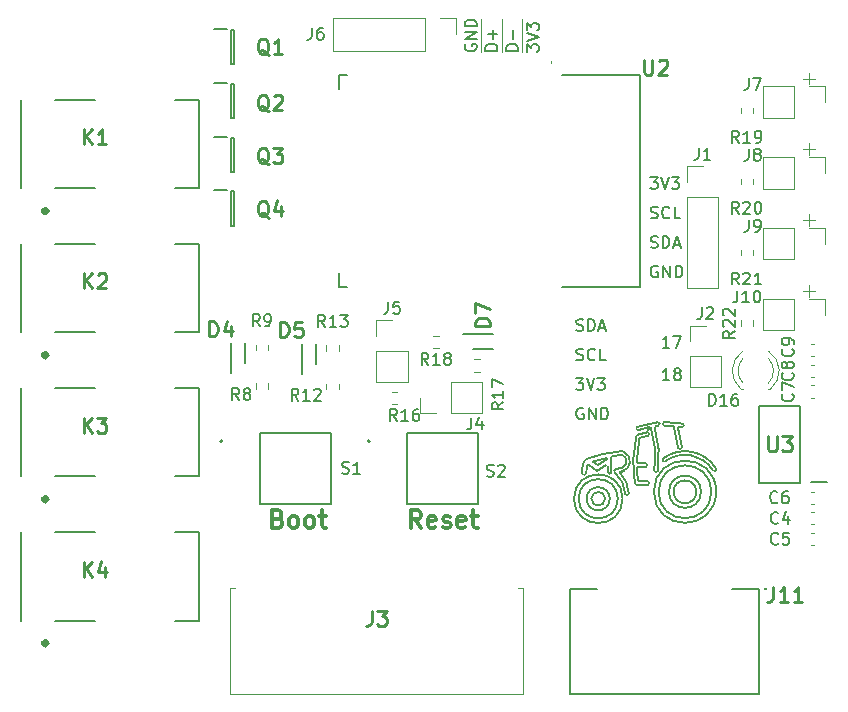
<source format=gbr>
%TF.GenerationSoftware,KiCad,Pcbnew,9.0.3*%
%TF.CreationDate,2025-07-23T10:37:13+02:00*%
%TF.ProjectId,DinoSpand_v2.0,44696e6f-5370-4616-9e64-5f76322e302e,rev?*%
%TF.SameCoordinates,Original*%
%TF.FileFunction,Legend,Top*%
%TF.FilePolarity,Positive*%
%FSLAX46Y46*%
G04 Gerber Fmt 4.6, Leading zero omitted, Abs format (unit mm)*
G04 Created by KiCad (PCBNEW 9.0.3) date 2025-07-23 10:37:13*
%MOMM*%
%LPD*%
G01*
G04 APERTURE LIST*
%ADD10C,0.100000*%
%ADD11C,0.200000*%
%ADD12C,0.300000*%
%ADD13C,0.211000*%
%ADD14C,0.254000*%
%ADD15C,0.150000*%
%ADD16C,0.120000*%
%ADD17C,0.127000*%
%ADD18C,0.400000*%
G04 APERTURE END LIST*
D10*
X130000000Y-43250000D02*
X130000000Y-40500000D01*
X157750000Y-45000000D02*
X157750000Y-46000000D01*
X133500000Y-43250000D02*
X133500000Y-40500000D01*
X131750000Y-43250000D02*
X131750000Y-40500000D01*
X157250000Y-63500000D02*
X158250000Y-63500000D01*
X157750000Y-51000000D02*
X157750000Y-52000000D01*
X157250000Y-51500000D02*
X158250000Y-51500000D01*
X157250000Y-57500000D02*
X158250000Y-57500000D01*
X157750000Y-63000000D02*
X157750000Y-64000000D01*
X157250000Y-45500000D02*
X158250000Y-45500000D01*
X157750000Y-57000000D02*
X157750000Y-58000000D01*
D11*
X138072054Y-66819600D02*
X138214911Y-66867219D01*
X138214911Y-66867219D02*
X138453006Y-66867219D01*
X138453006Y-66867219D02*
X138548244Y-66819600D01*
X138548244Y-66819600D02*
X138595863Y-66771980D01*
X138595863Y-66771980D02*
X138643482Y-66676742D01*
X138643482Y-66676742D02*
X138643482Y-66581504D01*
X138643482Y-66581504D02*
X138595863Y-66486266D01*
X138595863Y-66486266D02*
X138548244Y-66438647D01*
X138548244Y-66438647D02*
X138453006Y-66391028D01*
X138453006Y-66391028D02*
X138262530Y-66343409D01*
X138262530Y-66343409D02*
X138167292Y-66295790D01*
X138167292Y-66295790D02*
X138119673Y-66248171D01*
X138119673Y-66248171D02*
X138072054Y-66152933D01*
X138072054Y-66152933D02*
X138072054Y-66057695D01*
X138072054Y-66057695D02*
X138119673Y-65962457D01*
X138119673Y-65962457D02*
X138167292Y-65914838D01*
X138167292Y-65914838D02*
X138262530Y-65867219D01*
X138262530Y-65867219D02*
X138500625Y-65867219D01*
X138500625Y-65867219D02*
X138643482Y-65914838D01*
X139072054Y-66867219D02*
X139072054Y-65867219D01*
X139072054Y-65867219D02*
X139310149Y-65867219D01*
X139310149Y-65867219D02*
X139453006Y-65914838D01*
X139453006Y-65914838D02*
X139548244Y-66010076D01*
X139548244Y-66010076D02*
X139595863Y-66105314D01*
X139595863Y-66105314D02*
X139643482Y-66295790D01*
X139643482Y-66295790D02*
X139643482Y-66438647D01*
X139643482Y-66438647D02*
X139595863Y-66629123D01*
X139595863Y-66629123D02*
X139548244Y-66724361D01*
X139548244Y-66724361D02*
X139453006Y-66819600D01*
X139453006Y-66819600D02*
X139310149Y-66867219D01*
X139310149Y-66867219D02*
X139072054Y-66867219D01*
X140024435Y-66581504D02*
X140500625Y-66581504D01*
X139929197Y-66867219D02*
X140262530Y-65867219D01*
X140262530Y-65867219D02*
X140595863Y-66867219D01*
D12*
X112804510Y-82765114D02*
X113018796Y-82836542D01*
X113018796Y-82836542D02*
X113090225Y-82907971D01*
X113090225Y-82907971D02*
X113161653Y-83050828D01*
X113161653Y-83050828D02*
X113161653Y-83265114D01*
X113161653Y-83265114D02*
X113090225Y-83407971D01*
X113090225Y-83407971D02*
X113018796Y-83479400D01*
X113018796Y-83479400D02*
X112875939Y-83550828D01*
X112875939Y-83550828D02*
X112304510Y-83550828D01*
X112304510Y-83550828D02*
X112304510Y-82050828D01*
X112304510Y-82050828D02*
X112804510Y-82050828D01*
X112804510Y-82050828D02*
X112947368Y-82122257D01*
X112947368Y-82122257D02*
X113018796Y-82193685D01*
X113018796Y-82193685D02*
X113090225Y-82336542D01*
X113090225Y-82336542D02*
X113090225Y-82479400D01*
X113090225Y-82479400D02*
X113018796Y-82622257D01*
X113018796Y-82622257D02*
X112947368Y-82693685D01*
X112947368Y-82693685D02*
X112804510Y-82765114D01*
X112804510Y-82765114D02*
X112304510Y-82765114D01*
X114018796Y-83550828D02*
X113875939Y-83479400D01*
X113875939Y-83479400D02*
X113804510Y-83407971D01*
X113804510Y-83407971D02*
X113733082Y-83265114D01*
X113733082Y-83265114D02*
X113733082Y-82836542D01*
X113733082Y-82836542D02*
X113804510Y-82693685D01*
X113804510Y-82693685D02*
X113875939Y-82622257D01*
X113875939Y-82622257D02*
X114018796Y-82550828D01*
X114018796Y-82550828D02*
X114233082Y-82550828D01*
X114233082Y-82550828D02*
X114375939Y-82622257D01*
X114375939Y-82622257D02*
X114447368Y-82693685D01*
X114447368Y-82693685D02*
X114518796Y-82836542D01*
X114518796Y-82836542D02*
X114518796Y-83265114D01*
X114518796Y-83265114D02*
X114447368Y-83407971D01*
X114447368Y-83407971D02*
X114375939Y-83479400D01*
X114375939Y-83479400D02*
X114233082Y-83550828D01*
X114233082Y-83550828D02*
X114018796Y-83550828D01*
X115375939Y-83550828D02*
X115233082Y-83479400D01*
X115233082Y-83479400D02*
X115161653Y-83407971D01*
X115161653Y-83407971D02*
X115090225Y-83265114D01*
X115090225Y-83265114D02*
X115090225Y-82836542D01*
X115090225Y-82836542D02*
X115161653Y-82693685D01*
X115161653Y-82693685D02*
X115233082Y-82622257D01*
X115233082Y-82622257D02*
X115375939Y-82550828D01*
X115375939Y-82550828D02*
X115590225Y-82550828D01*
X115590225Y-82550828D02*
X115733082Y-82622257D01*
X115733082Y-82622257D02*
X115804511Y-82693685D01*
X115804511Y-82693685D02*
X115875939Y-82836542D01*
X115875939Y-82836542D02*
X115875939Y-83265114D01*
X115875939Y-83265114D02*
X115804511Y-83407971D01*
X115804511Y-83407971D02*
X115733082Y-83479400D01*
X115733082Y-83479400D02*
X115590225Y-83550828D01*
X115590225Y-83550828D02*
X115375939Y-83550828D01*
X116304511Y-82550828D02*
X116875939Y-82550828D01*
X116518796Y-82050828D02*
X116518796Y-83336542D01*
X116518796Y-83336542D02*
X116590225Y-83479400D01*
X116590225Y-83479400D02*
X116733082Y-83550828D01*
X116733082Y-83550828D02*
X116875939Y-83550828D01*
D11*
X133117219Y-43130326D02*
X132117219Y-43130326D01*
X132117219Y-43130326D02*
X132117219Y-42892231D01*
X132117219Y-42892231D02*
X132164838Y-42749374D01*
X132164838Y-42749374D02*
X132260076Y-42654136D01*
X132260076Y-42654136D02*
X132355314Y-42606517D01*
X132355314Y-42606517D02*
X132545790Y-42558898D01*
X132545790Y-42558898D02*
X132688647Y-42558898D01*
X132688647Y-42558898D02*
X132879123Y-42606517D01*
X132879123Y-42606517D02*
X132974361Y-42654136D01*
X132974361Y-42654136D02*
X133069600Y-42749374D01*
X133069600Y-42749374D02*
X133117219Y-42892231D01*
X133117219Y-42892231D02*
X133117219Y-43130326D01*
X132736266Y-42130326D02*
X132736266Y-41368422D01*
X131367219Y-43130326D02*
X130367219Y-43130326D01*
X130367219Y-43130326D02*
X130367219Y-42892231D01*
X130367219Y-42892231D02*
X130414838Y-42749374D01*
X130414838Y-42749374D02*
X130510076Y-42654136D01*
X130510076Y-42654136D02*
X130605314Y-42606517D01*
X130605314Y-42606517D02*
X130795790Y-42558898D01*
X130795790Y-42558898D02*
X130938647Y-42558898D01*
X130938647Y-42558898D02*
X131129123Y-42606517D01*
X131129123Y-42606517D02*
X131224361Y-42654136D01*
X131224361Y-42654136D02*
X131319600Y-42749374D01*
X131319600Y-42749374D02*
X131367219Y-42892231D01*
X131367219Y-42892231D02*
X131367219Y-43130326D01*
X130986266Y-42130326D02*
X130986266Y-41368422D01*
X131367219Y-41749374D02*
X130605314Y-41749374D01*
X133867219Y-43225564D02*
X133867219Y-42606517D01*
X133867219Y-42606517D02*
X134248171Y-42939850D01*
X134248171Y-42939850D02*
X134248171Y-42796993D01*
X134248171Y-42796993D02*
X134295790Y-42701755D01*
X134295790Y-42701755D02*
X134343409Y-42654136D01*
X134343409Y-42654136D02*
X134438647Y-42606517D01*
X134438647Y-42606517D02*
X134676742Y-42606517D01*
X134676742Y-42606517D02*
X134771980Y-42654136D01*
X134771980Y-42654136D02*
X134819600Y-42701755D01*
X134819600Y-42701755D02*
X134867219Y-42796993D01*
X134867219Y-42796993D02*
X134867219Y-43082707D01*
X134867219Y-43082707D02*
X134819600Y-43177945D01*
X134819600Y-43177945D02*
X134771980Y-43225564D01*
X133867219Y-42320802D02*
X134867219Y-41987469D01*
X134867219Y-41987469D02*
X133867219Y-41654136D01*
X133867219Y-41416040D02*
X133867219Y-40796993D01*
X133867219Y-40796993D02*
X134248171Y-41130326D01*
X134248171Y-41130326D02*
X134248171Y-40987469D01*
X134248171Y-40987469D02*
X134295790Y-40892231D01*
X134295790Y-40892231D02*
X134343409Y-40844612D01*
X134343409Y-40844612D02*
X134438647Y-40796993D01*
X134438647Y-40796993D02*
X134676742Y-40796993D01*
X134676742Y-40796993D02*
X134771980Y-40844612D01*
X134771980Y-40844612D02*
X134819600Y-40892231D01*
X134819600Y-40892231D02*
X134867219Y-40987469D01*
X134867219Y-40987469D02*
X134867219Y-41273183D01*
X134867219Y-41273183D02*
X134819600Y-41368421D01*
X134819600Y-41368421D02*
X134771980Y-41416040D01*
X145943482Y-68292219D02*
X145372054Y-68292219D01*
X145657768Y-68292219D02*
X145657768Y-67292219D01*
X145657768Y-67292219D02*
X145562530Y-67435076D01*
X145562530Y-67435076D02*
X145467292Y-67530314D01*
X145467292Y-67530314D02*
X145372054Y-67577933D01*
X146276816Y-67292219D02*
X146943482Y-67292219D01*
X146943482Y-67292219D02*
X146514911Y-68292219D01*
X144324435Y-53842219D02*
X144943482Y-53842219D01*
X144943482Y-53842219D02*
X144610149Y-54223171D01*
X144610149Y-54223171D02*
X144753006Y-54223171D01*
X144753006Y-54223171D02*
X144848244Y-54270790D01*
X144848244Y-54270790D02*
X144895863Y-54318409D01*
X144895863Y-54318409D02*
X144943482Y-54413647D01*
X144943482Y-54413647D02*
X144943482Y-54651742D01*
X144943482Y-54651742D02*
X144895863Y-54746980D01*
X144895863Y-54746980D02*
X144848244Y-54794600D01*
X144848244Y-54794600D02*
X144753006Y-54842219D01*
X144753006Y-54842219D02*
X144467292Y-54842219D01*
X144467292Y-54842219D02*
X144372054Y-54794600D01*
X144372054Y-54794600D02*
X144324435Y-54746980D01*
X145229197Y-53842219D02*
X145562530Y-54842219D01*
X145562530Y-54842219D02*
X145895863Y-53842219D01*
X146133959Y-53842219D02*
X146753006Y-53842219D01*
X146753006Y-53842219D02*
X146419673Y-54223171D01*
X146419673Y-54223171D02*
X146562530Y-54223171D01*
X146562530Y-54223171D02*
X146657768Y-54270790D01*
X146657768Y-54270790D02*
X146705387Y-54318409D01*
X146705387Y-54318409D02*
X146753006Y-54413647D01*
X146753006Y-54413647D02*
X146753006Y-54651742D01*
X146753006Y-54651742D02*
X146705387Y-54746980D01*
X146705387Y-54746980D02*
X146657768Y-54794600D01*
X146657768Y-54794600D02*
X146562530Y-54842219D01*
X146562530Y-54842219D02*
X146276816Y-54842219D01*
X146276816Y-54842219D02*
X146181578Y-54794600D01*
X146181578Y-54794600D02*
X146133959Y-54746980D01*
X144372054Y-59794600D02*
X144514911Y-59842219D01*
X144514911Y-59842219D02*
X144753006Y-59842219D01*
X144753006Y-59842219D02*
X144848244Y-59794600D01*
X144848244Y-59794600D02*
X144895863Y-59746980D01*
X144895863Y-59746980D02*
X144943482Y-59651742D01*
X144943482Y-59651742D02*
X144943482Y-59556504D01*
X144943482Y-59556504D02*
X144895863Y-59461266D01*
X144895863Y-59461266D02*
X144848244Y-59413647D01*
X144848244Y-59413647D02*
X144753006Y-59366028D01*
X144753006Y-59366028D02*
X144562530Y-59318409D01*
X144562530Y-59318409D02*
X144467292Y-59270790D01*
X144467292Y-59270790D02*
X144419673Y-59223171D01*
X144419673Y-59223171D02*
X144372054Y-59127933D01*
X144372054Y-59127933D02*
X144372054Y-59032695D01*
X144372054Y-59032695D02*
X144419673Y-58937457D01*
X144419673Y-58937457D02*
X144467292Y-58889838D01*
X144467292Y-58889838D02*
X144562530Y-58842219D01*
X144562530Y-58842219D02*
X144800625Y-58842219D01*
X144800625Y-58842219D02*
X144943482Y-58889838D01*
X145372054Y-59842219D02*
X145372054Y-58842219D01*
X145372054Y-58842219D02*
X145610149Y-58842219D01*
X145610149Y-58842219D02*
X145753006Y-58889838D01*
X145753006Y-58889838D02*
X145848244Y-58985076D01*
X145848244Y-58985076D02*
X145895863Y-59080314D01*
X145895863Y-59080314D02*
X145943482Y-59270790D01*
X145943482Y-59270790D02*
X145943482Y-59413647D01*
X145943482Y-59413647D02*
X145895863Y-59604123D01*
X145895863Y-59604123D02*
X145848244Y-59699361D01*
X145848244Y-59699361D02*
X145753006Y-59794600D01*
X145753006Y-59794600D02*
X145610149Y-59842219D01*
X145610149Y-59842219D02*
X145372054Y-59842219D01*
X146324435Y-59556504D02*
X146800625Y-59556504D01*
X146229197Y-59842219D02*
X146562530Y-58842219D01*
X146562530Y-58842219D02*
X146895863Y-59842219D01*
X145943482Y-71042219D02*
X145372054Y-71042219D01*
X145657768Y-71042219D02*
X145657768Y-70042219D01*
X145657768Y-70042219D02*
X145562530Y-70185076D01*
X145562530Y-70185076D02*
X145467292Y-70280314D01*
X145467292Y-70280314D02*
X145372054Y-70327933D01*
X146514911Y-70470790D02*
X146419673Y-70423171D01*
X146419673Y-70423171D02*
X146372054Y-70375552D01*
X146372054Y-70375552D02*
X146324435Y-70280314D01*
X146324435Y-70280314D02*
X146324435Y-70232695D01*
X146324435Y-70232695D02*
X146372054Y-70137457D01*
X146372054Y-70137457D02*
X146419673Y-70089838D01*
X146419673Y-70089838D02*
X146514911Y-70042219D01*
X146514911Y-70042219D02*
X146705387Y-70042219D01*
X146705387Y-70042219D02*
X146800625Y-70089838D01*
X146800625Y-70089838D02*
X146848244Y-70137457D01*
X146848244Y-70137457D02*
X146895863Y-70232695D01*
X146895863Y-70232695D02*
X146895863Y-70280314D01*
X146895863Y-70280314D02*
X146848244Y-70375552D01*
X146848244Y-70375552D02*
X146800625Y-70423171D01*
X146800625Y-70423171D02*
X146705387Y-70470790D01*
X146705387Y-70470790D02*
X146514911Y-70470790D01*
X146514911Y-70470790D02*
X146419673Y-70518409D01*
X146419673Y-70518409D02*
X146372054Y-70566028D01*
X146372054Y-70566028D02*
X146324435Y-70661266D01*
X146324435Y-70661266D02*
X146324435Y-70851742D01*
X146324435Y-70851742D02*
X146372054Y-70946980D01*
X146372054Y-70946980D02*
X146419673Y-70994600D01*
X146419673Y-70994600D02*
X146514911Y-71042219D01*
X146514911Y-71042219D02*
X146705387Y-71042219D01*
X146705387Y-71042219D02*
X146800625Y-70994600D01*
X146800625Y-70994600D02*
X146848244Y-70946980D01*
X146848244Y-70946980D02*
X146895863Y-70851742D01*
X146895863Y-70851742D02*
X146895863Y-70661266D01*
X146895863Y-70661266D02*
X146848244Y-70566028D01*
X146848244Y-70566028D02*
X146800625Y-70518409D01*
X146800625Y-70518409D02*
X146705387Y-70470790D01*
X138072054Y-69319600D02*
X138214911Y-69367219D01*
X138214911Y-69367219D02*
X138453006Y-69367219D01*
X138453006Y-69367219D02*
X138548244Y-69319600D01*
X138548244Y-69319600D02*
X138595863Y-69271980D01*
X138595863Y-69271980D02*
X138643482Y-69176742D01*
X138643482Y-69176742D02*
X138643482Y-69081504D01*
X138643482Y-69081504D02*
X138595863Y-68986266D01*
X138595863Y-68986266D02*
X138548244Y-68938647D01*
X138548244Y-68938647D02*
X138453006Y-68891028D01*
X138453006Y-68891028D02*
X138262530Y-68843409D01*
X138262530Y-68843409D02*
X138167292Y-68795790D01*
X138167292Y-68795790D02*
X138119673Y-68748171D01*
X138119673Y-68748171D02*
X138072054Y-68652933D01*
X138072054Y-68652933D02*
X138072054Y-68557695D01*
X138072054Y-68557695D02*
X138119673Y-68462457D01*
X138119673Y-68462457D02*
X138167292Y-68414838D01*
X138167292Y-68414838D02*
X138262530Y-68367219D01*
X138262530Y-68367219D02*
X138500625Y-68367219D01*
X138500625Y-68367219D02*
X138643482Y-68414838D01*
X139643482Y-69271980D02*
X139595863Y-69319600D01*
X139595863Y-69319600D02*
X139453006Y-69367219D01*
X139453006Y-69367219D02*
X139357768Y-69367219D01*
X139357768Y-69367219D02*
X139214911Y-69319600D01*
X139214911Y-69319600D02*
X139119673Y-69224361D01*
X139119673Y-69224361D02*
X139072054Y-69129123D01*
X139072054Y-69129123D02*
X139024435Y-68938647D01*
X139024435Y-68938647D02*
X139024435Y-68795790D01*
X139024435Y-68795790D02*
X139072054Y-68605314D01*
X139072054Y-68605314D02*
X139119673Y-68510076D01*
X139119673Y-68510076D02*
X139214911Y-68414838D01*
X139214911Y-68414838D02*
X139357768Y-68367219D01*
X139357768Y-68367219D02*
X139453006Y-68367219D01*
X139453006Y-68367219D02*
X139595863Y-68414838D01*
X139595863Y-68414838D02*
X139643482Y-68462457D01*
X140548244Y-69367219D02*
X140072054Y-69367219D01*
X140072054Y-69367219D02*
X140072054Y-68367219D01*
X128664838Y-42606517D02*
X128617219Y-42701755D01*
X128617219Y-42701755D02*
X128617219Y-42844612D01*
X128617219Y-42844612D02*
X128664838Y-42987469D01*
X128664838Y-42987469D02*
X128760076Y-43082707D01*
X128760076Y-43082707D02*
X128855314Y-43130326D01*
X128855314Y-43130326D02*
X129045790Y-43177945D01*
X129045790Y-43177945D02*
X129188647Y-43177945D01*
X129188647Y-43177945D02*
X129379123Y-43130326D01*
X129379123Y-43130326D02*
X129474361Y-43082707D01*
X129474361Y-43082707D02*
X129569600Y-42987469D01*
X129569600Y-42987469D02*
X129617219Y-42844612D01*
X129617219Y-42844612D02*
X129617219Y-42749374D01*
X129617219Y-42749374D02*
X129569600Y-42606517D01*
X129569600Y-42606517D02*
X129521980Y-42558898D01*
X129521980Y-42558898D02*
X129188647Y-42558898D01*
X129188647Y-42558898D02*
X129188647Y-42749374D01*
X129617219Y-42130326D02*
X128617219Y-42130326D01*
X128617219Y-42130326D02*
X129617219Y-41558898D01*
X129617219Y-41558898D02*
X128617219Y-41558898D01*
X129617219Y-41082707D02*
X128617219Y-41082707D01*
X128617219Y-41082707D02*
X128617219Y-40844612D01*
X128617219Y-40844612D02*
X128664838Y-40701755D01*
X128664838Y-40701755D02*
X128760076Y-40606517D01*
X128760076Y-40606517D02*
X128855314Y-40558898D01*
X128855314Y-40558898D02*
X129045790Y-40511279D01*
X129045790Y-40511279D02*
X129188647Y-40511279D01*
X129188647Y-40511279D02*
X129379123Y-40558898D01*
X129379123Y-40558898D02*
X129474361Y-40606517D01*
X129474361Y-40606517D02*
X129569600Y-40701755D01*
X129569600Y-40701755D02*
X129617219Y-40844612D01*
X129617219Y-40844612D02*
X129617219Y-41082707D01*
X144943482Y-61389838D02*
X144848244Y-61342219D01*
X144848244Y-61342219D02*
X144705387Y-61342219D01*
X144705387Y-61342219D02*
X144562530Y-61389838D01*
X144562530Y-61389838D02*
X144467292Y-61485076D01*
X144467292Y-61485076D02*
X144419673Y-61580314D01*
X144419673Y-61580314D02*
X144372054Y-61770790D01*
X144372054Y-61770790D02*
X144372054Y-61913647D01*
X144372054Y-61913647D02*
X144419673Y-62104123D01*
X144419673Y-62104123D02*
X144467292Y-62199361D01*
X144467292Y-62199361D02*
X144562530Y-62294600D01*
X144562530Y-62294600D02*
X144705387Y-62342219D01*
X144705387Y-62342219D02*
X144800625Y-62342219D01*
X144800625Y-62342219D02*
X144943482Y-62294600D01*
X144943482Y-62294600D02*
X144991101Y-62246980D01*
X144991101Y-62246980D02*
X144991101Y-61913647D01*
X144991101Y-61913647D02*
X144800625Y-61913647D01*
X145419673Y-62342219D02*
X145419673Y-61342219D01*
X145419673Y-61342219D02*
X145991101Y-62342219D01*
X145991101Y-62342219D02*
X145991101Y-61342219D01*
X146467292Y-62342219D02*
X146467292Y-61342219D01*
X146467292Y-61342219D02*
X146705387Y-61342219D01*
X146705387Y-61342219D02*
X146848244Y-61389838D01*
X146848244Y-61389838D02*
X146943482Y-61485076D01*
X146943482Y-61485076D02*
X146991101Y-61580314D01*
X146991101Y-61580314D02*
X147038720Y-61770790D01*
X147038720Y-61770790D02*
X147038720Y-61913647D01*
X147038720Y-61913647D02*
X146991101Y-62104123D01*
X146991101Y-62104123D02*
X146943482Y-62199361D01*
X146943482Y-62199361D02*
X146848244Y-62294600D01*
X146848244Y-62294600D02*
X146705387Y-62342219D01*
X146705387Y-62342219D02*
X146467292Y-62342219D01*
X138643482Y-73414838D02*
X138548244Y-73367219D01*
X138548244Y-73367219D02*
X138405387Y-73367219D01*
X138405387Y-73367219D02*
X138262530Y-73414838D01*
X138262530Y-73414838D02*
X138167292Y-73510076D01*
X138167292Y-73510076D02*
X138119673Y-73605314D01*
X138119673Y-73605314D02*
X138072054Y-73795790D01*
X138072054Y-73795790D02*
X138072054Y-73938647D01*
X138072054Y-73938647D02*
X138119673Y-74129123D01*
X138119673Y-74129123D02*
X138167292Y-74224361D01*
X138167292Y-74224361D02*
X138262530Y-74319600D01*
X138262530Y-74319600D02*
X138405387Y-74367219D01*
X138405387Y-74367219D02*
X138500625Y-74367219D01*
X138500625Y-74367219D02*
X138643482Y-74319600D01*
X138643482Y-74319600D02*
X138691101Y-74271980D01*
X138691101Y-74271980D02*
X138691101Y-73938647D01*
X138691101Y-73938647D02*
X138500625Y-73938647D01*
X139119673Y-74367219D02*
X139119673Y-73367219D01*
X139119673Y-73367219D02*
X139691101Y-74367219D01*
X139691101Y-74367219D02*
X139691101Y-73367219D01*
X140167292Y-74367219D02*
X140167292Y-73367219D01*
X140167292Y-73367219D02*
X140405387Y-73367219D01*
X140405387Y-73367219D02*
X140548244Y-73414838D01*
X140548244Y-73414838D02*
X140643482Y-73510076D01*
X140643482Y-73510076D02*
X140691101Y-73605314D01*
X140691101Y-73605314D02*
X140738720Y-73795790D01*
X140738720Y-73795790D02*
X140738720Y-73938647D01*
X140738720Y-73938647D02*
X140691101Y-74129123D01*
X140691101Y-74129123D02*
X140643482Y-74224361D01*
X140643482Y-74224361D02*
X140548244Y-74319600D01*
X140548244Y-74319600D02*
X140405387Y-74367219D01*
X140405387Y-74367219D02*
X140167292Y-74367219D01*
X144372054Y-57294600D02*
X144514911Y-57342219D01*
X144514911Y-57342219D02*
X144753006Y-57342219D01*
X144753006Y-57342219D02*
X144848244Y-57294600D01*
X144848244Y-57294600D02*
X144895863Y-57246980D01*
X144895863Y-57246980D02*
X144943482Y-57151742D01*
X144943482Y-57151742D02*
X144943482Y-57056504D01*
X144943482Y-57056504D02*
X144895863Y-56961266D01*
X144895863Y-56961266D02*
X144848244Y-56913647D01*
X144848244Y-56913647D02*
X144753006Y-56866028D01*
X144753006Y-56866028D02*
X144562530Y-56818409D01*
X144562530Y-56818409D02*
X144467292Y-56770790D01*
X144467292Y-56770790D02*
X144419673Y-56723171D01*
X144419673Y-56723171D02*
X144372054Y-56627933D01*
X144372054Y-56627933D02*
X144372054Y-56532695D01*
X144372054Y-56532695D02*
X144419673Y-56437457D01*
X144419673Y-56437457D02*
X144467292Y-56389838D01*
X144467292Y-56389838D02*
X144562530Y-56342219D01*
X144562530Y-56342219D02*
X144800625Y-56342219D01*
X144800625Y-56342219D02*
X144943482Y-56389838D01*
X145943482Y-57246980D02*
X145895863Y-57294600D01*
X145895863Y-57294600D02*
X145753006Y-57342219D01*
X145753006Y-57342219D02*
X145657768Y-57342219D01*
X145657768Y-57342219D02*
X145514911Y-57294600D01*
X145514911Y-57294600D02*
X145419673Y-57199361D01*
X145419673Y-57199361D02*
X145372054Y-57104123D01*
X145372054Y-57104123D02*
X145324435Y-56913647D01*
X145324435Y-56913647D02*
X145324435Y-56770790D01*
X145324435Y-56770790D02*
X145372054Y-56580314D01*
X145372054Y-56580314D02*
X145419673Y-56485076D01*
X145419673Y-56485076D02*
X145514911Y-56389838D01*
X145514911Y-56389838D02*
X145657768Y-56342219D01*
X145657768Y-56342219D02*
X145753006Y-56342219D01*
X145753006Y-56342219D02*
X145895863Y-56389838D01*
X145895863Y-56389838D02*
X145943482Y-56437457D01*
X146848244Y-57342219D02*
X146372054Y-57342219D01*
X146372054Y-57342219D02*
X146372054Y-56342219D01*
X138024435Y-70867219D02*
X138643482Y-70867219D01*
X138643482Y-70867219D02*
X138310149Y-71248171D01*
X138310149Y-71248171D02*
X138453006Y-71248171D01*
X138453006Y-71248171D02*
X138548244Y-71295790D01*
X138548244Y-71295790D02*
X138595863Y-71343409D01*
X138595863Y-71343409D02*
X138643482Y-71438647D01*
X138643482Y-71438647D02*
X138643482Y-71676742D01*
X138643482Y-71676742D02*
X138595863Y-71771980D01*
X138595863Y-71771980D02*
X138548244Y-71819600D01*
X138548244Y-71819600D02*
X138453006Y-71867219D01*
X138453006Y-71867219D02*
X138167292Y-71867219D01*
X138167292Y-71867219D02*
X138072054Y-71819600D01*
X138072054Y-71819600D02*
X138024435Y-71771980D01*
X138929197Y-70867219D02*
X139262530Y-71867219D01*
X139262530Y-71867219D02*
X139595863Y-70867219D01*
X139833959Y-70867219D02*
X140453006Y-70867219D01*
X140453006Y-70867219D02*
X140119673Y-71248171D01*
X140119673Y-71248171D02*
X140262530Y-71248171D01*
X140262530Y-71248171D02*
X140357768Y-71295790D01*
X140357768Y-71295790D02*
X140405387Y-71343409D01*
X140405387Y-71343409D02*
X140453006Y-71438647D01*
X140453006Y-71438647D02*
X140453006Y-71676742D01*
X140453006Y-71676742D02*
X140405387Y-71771980D01*
X140405387Y-71771980D02*
X140357768Y-71819600D01*
X140357768Y-71819600D02*
X140262530Y-71867219D01*
X140262530Y-71867219D02*
X139976816Y-71867219D01*
X139976816Y-71867219D02*
X139881578Y-71819600D01*
X139881578Y-71819600D02*
X139833959Y-71771980D01*
D12*
X124911653Y-83550828D02*
X124411653Y-82836542D01*
X124054510Y-83550828D02*
X124054510Y-82050828D01*
X124054510Y-82050828D02*
X124625939Y-82050828D01*
X124625939Y-82050828D02*
X124768796Y-82122257D01*
X124768796Y-82122257D02*
X124840225Y-82193685D01*
X124840225Y-82193685D02*
X124911653Y-82336542D01*
X124911653Y-82336542D02*
X124911653Y-82550828D01*
X124911653Y-82550828D02*
X124840225Y-82693685D01*
X124840225Y-82693685D02*
X124768796Y-82765114D01*
X124768796Y-82765114D02*
X124625939Y-82836542D01*
X124625939Y-82836542D02*
X124054510Y-82836542D01*
X126125939Y-83479400D02*
X125983082Y-83550828D01*
X125983082Y-83550828D02*
X125697368Y-83550828D01*
X125697368Y-83550828D02*
X125554510Y-83479400D01*
X125554510Y-83479400D02*
X125483082Y-83336542D01*
X125483082Y-83336542D02*
X125483082Y-82765114D01*
X125483082Y-82765114D02*
X125554510Y-82622257D01*
X125554510Y-82622257D02*
X125697368Y-82550828D01*
X125697368Y-82550828D02*
X125983082Y-82550828D01*
X125983082Y-82550828D02*
X126125939Y-82622257D01*
X126125939Y-82622257D02*
X126197368Y-82765114D01*
X126197368Y-82765114D02*
X126197368Y-82907971D01*
X126197368Y-82907971D02*
X125483082Y-83050828D01*
X126768796Y-83479400D02*
X126911653Y-83550828D01*
X126911653Y-83550828D02*
X127197367Y-83550828D01*
X127197367Y-83550828D02*
X127340224Y-83479400D01*
X127340224Y-83479400D02*
X127411653Y-83336542D01*
X127411653Y-83336542D02*
X127411653Y-83265114D01*
X127411653Y-83265114D02*
X127340224Y-83122257D01*
X127340224Y-83122257D02*
X127197367Y-83050828D01*
X127197367Y-83050828D02*
X126983082Y-83050828D01*
X126983082Y-83050828D02*
X126840224Y-82979400D01*
X126840224Y-82979400D02*
X126768796Y-82836542D01*
X126768796Y-82836542D02*
X126768796Y-82765114D01*
X126768796Y-82765114D02*
X126840224Y-82622257D01*
X126840224Y-82622257D02*
X126983082Y-82550828D01*
X126983082Y-82550828D02*
X127197367Y-82550828D01*
X127197367Y-82550828D02*
X127340224Y-82622257D01*
X128625939Y-83479400D02*
X128483082Y-83550828D01*
X128483082Y-83550828D02*
X128197368Y-83550828D01*
X128197368Y-83550828D02*
X128054510Y-83479400D01*
X128054510Y-83479400D02*
X127983082Y-83336542D01*
X127983082Y-83336542D02*
X127983082Y-82765114D01*
X127983082Y-82765114D02*
X128054510Y-82622257D01*
X128054510Y-82622257D02*
X128197368Y-82550828D01*
X128197368Y-82550828D02*
X128483082Y-82550828D01*
X128483082Y-82550828D02*
X128625939Y-82622257D01*
X128625939Y-82622257D02*
X128697368Y-82765114D01*
X128697368Y-82765114D02*
X128697368Y-82907971D01*
X128697368Y-82907971D02*
X127983082Y-83050828D01*
X129125939Y-82550828D02*
X129697367Y-82550828D01*
X129340224Y-82050828D02*
X129340224Y-83336542D01*
X129340224Y-83336542D02*
X129411653Y-83479400D01*
X129411653Y-83479400D02*
X129554510Y-83550828D01*
X129554510Y-83550828D02*
X129697367Y-83550828D01*
D13*
X143272814Y-78379987D02*
X143272814Y-78379978D01*
X149494846Y-80488625D02*
G75*
G02*
X145020894Y-80488625I-2236976J0D01*
G01*
X145020894Y-80488625D02*
G75*
G02*
X149494846Y-80488625I2236976J0D01*
G01*
X145559576Y-77928811D02*
G75*
G02*
X149634529Y-78691718I1698298J-2193124D01*
G01*
X145376397Y-77691227D02*
G75*
G02*
X149911457Y-78570595I1881477J-2430628D01*
G01*
X149911458Y-78570594D02*
G75*
G02*
X149634514Y-78691726I-139944J-57201D01*
G01*
X145484484Y-74580627D02*
G75*
G02*
X147079943Y-74722015I214530J-6651668D01*
G01*
X146637560Y-75082101D02*
G75*
G02*
X146757314Y-74964283I97954J20206D01*
G01*
X146977926Y-76732144D02*
G75*
G02*
X146684121Y-76792795I-152512J-3151D01*
G01*
X146310304Y-74980587D02*
X146684121Y-76792795D01*
X146219697Y-74897950D02*
G75*
G02*
X146310297Y-74980588I-8083J-99845D01*
G01*
X145501066Y-74881184D02*
G75*
G02*
X146219697Y-74897946I211348J-6352011D01*
G01*
X145501066Y-74881184D02*
G75*
G02*
X145484486Y-74580639I11948J151389D01*
G01*
X143191564Y-74994684D02*
G75*
G02*
X144965420Y-74597194I2330950J-6245411D01*
G01*
X145124813Y-74716120D02*
G75*
G02*
X145128081Y-74753342I-156299J-32475D01*
G01*
X145128085Y-74753342D02*
G75*
G02*
X144990259Y-74898440I-149971J4447D01*
G01*
X144962755Y-78738015D02*
G75*
G02*
X144665823Y-78695131I-144541J48620D01*
G01*
X144378824Y-75068012D02*
G75*
G02*
X144665835Y-78695130I-7855240J-2446493D01*
G01*
X144263848Y-74999668D02*
G75*
G02*
X144378818Y-75068014I19466J-98127D01*
G01*
X143294594Y-75273756D02*
G75*
G02*
X144263847Y-74999664I2208520J-5959039D01*
G01*
X143244499Y-75657809D02*
G75*
G02*
X144081944Y-75451618I1958515J-6150786D01*
G01*
X143014667Y-79776398D02*
G75*
G02*
X143144359Y-75764878I9517607J1700153D01*
G01*
X143162314Y-79900020D02*
G75*
G02*
X143014713Y-79776390I0J149925D01*
G01*
X144125953Y-79600020D02*
G75*
G02*
X144125684Y-79900021I-28639J-149975D01*
G01*
X143374014Y-79600020D02*
X144125953Y-79600020D01*
X143374014Y-79600020D02*
G75*
G02*
X143275264Y-79515373I0J99925D01*
G01*
X143275207Y-79515382D02*
G75*
G02*
X143172898Y-78484334I9257307J1439187D01*
G01*
X143172900Y-78484334D02*
G75*
G02*
X143272814Y-78379987I99914J4339D01*
G01*
X143264514Y-78079978D02*
X143968038Y-78079978D01*
X143264514Y-78079978D02*
G75*
G02*
X143164537Y-77978939I0J99983D01*
G01*
X143164513Y-77978939D02*
G75*
G02*
X143402570Y-75975511I9367701J-97256D01*
G01*
X143471908Y-75901974D02*
G75*
G02*
X144134254Y-75747017I1731206J-5906821D01*
G01*
X144081944Y-75451619D02*
G75*
G02*
X144134240Y-75746982I-930J-152476D01*
G01*
X139856905Y-78220828D02*
X140631696Y-77742958D01*
X139456345Y-77940605D02*
X139856905Y-78220828D01*
X139456345Y-77940605D02*
G75*
G02*
X140631690Y-77630861I3227069J-9860490D01*
G01*
X141334510Y-78878825D02*
G75*
G02*
X141412220Y-78576889I100004J135230D01*
G01*
X142091045Y-78710752D02*
X141832746Y-78784432D01*
X141846553Y-77058551D02*
G75*
G02*
X142046808Y-77088648I34961J-448644D01*
G01*
X138700319Y-77932215D02*
G75*
G02*
X138956681Y-77690972I411995J-180980D01*
G01*
X138578962Y-78984008D02*
G75*
G02*
X138700338Y-77932223I1766752J329013D01*
G01*
X138876199Y-78919555D02*
G75*
G02*
X138578892Y-78984035I-153685J-9040D01*
G01*
X138876199Y-78919555D02*
G75*
G02*
X139004119Y-78248215I1115215J135360D01*
G01*
X139004137Y-78248225D02*
G75*
G02*
X139148500Y-78213408I87877J-47670D01*
G01*
X140579221Y-78245286D02*
X139843077Y-78699320D01*
X141031750Y-78860338D02*
G75*
G02*
X140731710Y-78801246I-147736J41143D01*
G01*
X141031688Y-77585802D02*
X141031750Y-78860338D01*
X141031688Y-77585802D02*
G75*
G02*
X141159815Y-77437376I150026J7D01*
G01*
X141828461Y-77361476D02*
X141159815Y-77437376D01*
X141828461Y-77361476D02*
G75*
G02*
X141971515Y-77382817I36253J-247119D01*
G01*
X141971516Y-77382814D02*
G75*
G02*
X141979798Y-78431481I-248792J-526331D01*
G01*
X140892498Y-81077399D02*
G75*
G02*
X138936670Y-81077399I-977914J0D01*
G01*
X138936670Y-81077399D02*
G75*
G02*
X140892498Y-81077399I977914J0D01*
G01*
X141573465Y-81077399D02*
G75*
G02*
X138255703Y-81077399I-1658881J0D01*
G01*
X138255703Y-81077399D02*
G75*
G02*
X141573465Y-81077399I1658881J0D01*
G01*
X140492498Y-81077399D02*
G75*
G02*
X139336670Y-81077399I-577914J0D01*
G01*
X139336670Y-81077399D02*
G75*
G02*
X140492498Y-81077399I577914J0D01*
G01*
X148218815Y-80488625D02*
G75*
G02*
X146296925Y-80488625I-960945J0D01*
G01*
X146296925Y-80488625D02*
G75*
G02*
X148218815Y-80488625I960945J0D01*
G01*
X149894846Y-80488625D02*
G75*
G02*
X144620894Y-80488625I-2636976J0D01*
G01*
X144620894Y-80488625D02*
G75*
G02*
X149894846Y-80488625I2636976J0D01*
G01*
X147079944Y-74722011D02*
G75*
G02*
X147022192Y-75014115I-38830J-144084D01*
G01*
X145559576Y-77928811D02*
G75*
G02*
X145376352Y-77691191I-63462J140516D01*
G01*
X146757314Y-74964282D02*
X147022192Y-75014115D01*
X144125684Y-79900020D02*
X143162314Y-79900020D01*
X144263848Y-74999668D02*
X144081944Y-75451619D01*
X143294594Y-75273756D02*
G75*
G02*
X143191550Y-74994663I-18980J151561D01*
G01*
X144686562Y-75048261D02*
G75*
G02*
X144962754Y-78738015I-8162998J-2466244D01*
G01*
X140631696Y-77742958D02*
X140631690Y-77630860D01*
X144686562Y-75048261D02*
G75*
G02*
X144773757Y-74919712I95652J28966D01*
G01*
X141711673Y-78818967D02*
G75*
G02*
X142510557Y-80673256I-1964559J-1945628D01*
G01*
X144965419Y-74597184D02*
G75*
G02*
X145124798Y-74716123I12495J-149511D01*
G01*
X140731710Y-78801246D02*
X140731710Y-78330395D01*
X143144359Y-75764878D02*
G75*
G02*
X143244489Y-75657777I145655J-35817D01*
G01*
X141979800Y-78431486D02*
G75*
G02*
X141412230Y-78576967I-1444886J4457091D01*
G01*
X142046804Y-77088659D02*
G75*
G02*
X141832746Y-78784430I-324090J-820486D01*
G01*
X143402579Y-75975513D02*
G75*
G02*
X143471903Y-75901956I97435J-22382D01*
G01*
X146977926Y-76732144D02*
X146637560Y-75082101D01*
X139843077Y-78699320D02*
X139148500Y-78213408D01*
X138956679Y-77690966D02*
G75*
G02*
X141846552Y-77058542I3726235J-10108229D01*
G01*
X148618815Y-80488625D02*
G75*
G02*
X145896925Y-80488625I-1360945J0D01*
G01*
X145896925Y-80488625D02*
G75*
G02*
X148618815Y-80488625I1360945J0D01*
G01*
X143968038Y-78079978D02*
G75*
G02*
X143968207Y-78379979I-29124J-150017D01*
G01*
X142510600Y-80673255D02*
G75*
G02*
X142210790Y-80683520I-150586J14760D01*
G01*
X143968207Y-78379978D02*
X143272814Y-78379978D01*
X141334510Y-78878825D02*
G75*
G02*
X142210761Y-80683523I-1587296J-1885770D01*
G01*
X144773757Y-74919712D02*
X144990255Y-74898396D01*
X141973465Y-81077399D02*
G75*
G02*
X137855703Y-81077399I-2058881J0D01*
G01*
X137855703Y-81077399D02*
G75*
G02*
X141973465Y-81077399I2058881J0D01*
G01*
X140579221Y-78245286D02*
G75*
G02*
X140731709Y-78330395I52493J-85109D01*
G01*
D14*
X120726667Y-90554818D02*
X120726667Y-91461961D01*
X120726667Y-91461961D02*
X120666190Y-91643389D01*
X120666190Y-91643389D02*
X120545238Y-91764342D01*
X120545238Y-91764342D02*
X120363809Y-91824818D01*
X120363809Y-91824818D02*
X120242857Y-91824818D01*
X121210476Y-90554818D02*
X121996667Y-90554818D01*
X121996667Y-90554818D02*
X121573333Y-91038627D01*
X121573333Y-91038627D02*
X121754762Y-91038627D01*
X121754762Y-91038627D02*
X121875714Y-91099103D01*
X121875714Y-91099103D02*
X121936190Y-91159580D01*
X121936190Y-91159580D02*
X121996667Y-91280532D01*
X121996667Y-91280532D02*
X121996667Y-91582913D01*
X121996667Y-91582913D02*
X121936190Y-91703865D01*
X121936190Y-91703865D02*
X121875714Y-91764342D01*
X121875714Y-91764342D02*
X121754762Y-91824818D01*
X121754762Y-91824818D02*
X121391905Y-91824818D01*
X121391905Y-91824818D02*
X121270952Y-91764342D01*
X121270952Y-91764342D02*
X121210476Y-91703865D01*
X154721905Y-88554318D02*
X154721905Y-89461461D01*
X154721905Y-89461461D02*
X154661428Y-89642889D01*
X154661428Y-89642889D02*
X154540476Y-89763842D01*
X154540476Y-89763842D02*
X154359047Y-89824318D01*
X154359047Y-89824318D02*
X154238095Y-89824318D01*
X155991905Y-89824318D02*
X155266190Y-89824318D01*
X155629047Y-89824318D02*
X155629047Y-88554318D01*
X155629047Y-88554318D02*
X155508095Y-88735746D01*
X155508095Y-88735746D02*
X155387143Y-88856699D01*
X155387143Y-88856699D02*
X155266190Y-88917175D01*
X157201429Y-89824318D02*
X156475714Y-89824318D01*
X156838571Y-89824318D02*
X156838571Y-88554318D01*
X156838571Y-88554318D02*
X156717619Y-88735746D01*
X156717619Y-88735746D02*
X156596667Y-88856699D01*
X156596667Y-88856699D02*
X156475714Y-88917175D01*
X130749318Y-66472381D02*
X129479318Y-66472381D01*
X129479318Y-66472381D02*
X129479318Y-66170000D01*
X129479318Y-66170000D02*
X129539794Y-65988571D01*
X129539794Y-65988571D02*
X129660746Y-65867619D01*
X129660746Y-65867619D02*
X129781699Y-65807142D01*
X129781699Y-65807142D02*
X130023603Y-65746666D01*
X130023603Y-65746666D02*
X130205032Y-65746666D01*
X130205032Y-65746666D02*
X130446937Y-65807142D01*
X130446937Y-65807142D02*
X130567889Y-65867619D01*
X130567889Y-65867619D02*
X130688842Y-65988571D01*
X130688842Y-65988571D02*
X130749318Y-66170000D01*
X130749318Y-66170000D02*
X130749318Y-66472381D01*
X129479318Y-65323333D02*
X129479318Y-64476666D01*
X129479318Y-64476666D02*
X130749318Y-65020952D01*
D15*
X156359580Y-72216666D02*
X156407200Y-72264285D01*
X156407200Y-72264285D02*
X156454819Y-72407142D01*
X156454819Y-72407142D02*
X156454819Y-72502380D01*
X156454819Y-72502380D02*
X156407200Y-72645237D01*
X156407200Y-72645237D02*
X156311961Y-72740475D01*
X156311961Y-72740475D02*
X156216723Y-72788094D01*
X156216723Y-72788094D02*
X156026247Y-72835713D01*
X156026247Y-72835713D02*
X155883390Y-72835713D01*
X155883390Y-72835713D02*
X155692914Y-72788094D01*
X155692914Y-72788094D02*
X155597676Y-72740475D01*
X155597676Y-72740475D02*
X155502438Y-72645237D01*
X155502438Y-72645237D02*
X155454819Y-72502380D01*
X155454819Y-72502380D02*
X155454819Y-72407142D01*
X155454819Y-72407142D02*
X155502438Y-72264285D01*
X155502438Y-72264285D02*
X155550057Y-72216666D01*
X155454819Y-71883332D02*
X155454819Y-71216666D01*
X155454819Y-71216666D02*
X156454819Y-71645237D01*
X155153333Y-83109580D02*
X155105714Y-83157200D01*
X155105714Y-83157200D02*
X154962857Y-83204819D01*
X154962857Y-83204819D02*
X154867619Y-83204819D01*
X154867619Y-83204819D02*
X154724762Y-83157200D01*
X154724762Y-83157200D02*
X154629524Y-83061961D01*
X154629524Y-83061961D02*
X154581905Y-82966723D01*
X154581905Y-82966723D02*
X154534286Y-82776247D01*
X154534286Y-82776247D02*
X154534286Y-82633390D01*
X154534286Y-82633390D02*
X154581905Y-82442914D01*
X154581905Y-82442914D02*
X154629524Y-82347676D01*
X154629524Y-82347676D02*
X154724762Y-82252438D01*
X154724762Y-82252438D02*
X154867619Y-82204819D01*
X154867619Y-82204819D02*
X154962857Y-82204819D01*
X154962857Y-82204819D02*
X155105714Y-82252438D01*
X155105714Y-82252438D02*
X155153333Y-82300057D01*
X156010476Y-82538152D02*
X156010476Y-83204819D01*
X155772381Y-82157200D02*
X155534286Y-82871485D01*
X155534286Y-82871485D02*
X156153333Y-82871485D01*
D14*
X112987618Y-67384318D02*
X112987618Y-66114318D01*
X112987618Y-66114318D02*
X113289999Y-66114318D01*
X113289999Y-66114318D02*
X113471428Y-66174794D01*
X113471428Y-66174794D02*
X113592380Y-66295746D01*
X113592380Y-66295746D02*
X113652857Y-66416699D01*
X113652857Y-66416699D02*
X113713333Y-66658603D01*
X113713333Y-66658603D02*
X113713333Y-66840032D01*
X113713333Y-66840032D02*
X113652857Y-67081937D01*
X113652857Y-67081937D02*
X113592380Y-67202889D01*
X113592380Y-67202889D02*
X113471428Y-67323842D01*
X113471428Y-67323842D02*
X113289999Y-67384318D01*
X113289999Y-67384318D02*
X112987618Y-67384318D01*
X114862380Y-66114318D02*
X114257618Y-66114318D01*
X114257618Y-66114318D02*
X114197142Y-66719080D01*
X114197142Y-66719080D02*
X114257618Y-66658603D01*
X114257618Y-66658603D02*
X114378571Y-66598127D01*
X114378571Y-66598127D02*
X114680952Y-66598127D01*
X114680952Y-66598127D02*
X114801904Y-66658603D01*
X114801904Y-66658603D02*
X114862380Y-66719080D01*
X114862380Y-66719080D02*
X114922857Y-66840032D01*
X114922857Y-66840032D02*
X114922857Y-67142413D01*
X114922857Y-67142413D02*
X114862380Y-67263365D01*
X114862380Y-67263365D02*
X114801904Y-67323842D01*
X114801904Y-67323842D02*
X114680952Y-67384318D01*
X114680952Y-67384318D02*
X114378571Y-67384318D01*
X114378571Y-67384318D02*
X114257618Y-67323842D01*
X114257618Y-67323842D02*
X114197142Y-67263365D01*
D15*
X129166666Y-74204819D02*
X129166666Y-74919104D01*
X129166666Y-74919104D02*
X129119047Y-75061961D01*
X129119047Y-75061961D02*
X129023809Y-75157200D01*
X129023809Y-75157200D02*
X128880952Y-75204819D01*
X128880952Y-75204819D02*
X128785714Y-75204819D01*
X130071428Y-74538152D02*
X130071428Y-75204819D01*
X129833333Y-74157200D02*
X129595238Y-74871485D01*
X129595238Y-74871485D02*
X130214285Y-74871485D01*
D14*
X112029047Y-48270270D02*
X111908095Y-48209794D01*
X111908095Y-48209794D02*
X111787142Y-48088842D01*
X111787142Y-48088842D02*
X111605714Y-47907413D01*
X111605714Y-47907413D02*
X111484761Y-47846937D01*
X111484761Y-47846937D02*
X111363809Y-47846937D01*
X111424285Y-48149318D02*
X111303333Y-48088842D01*
X111303333Y-48088842D02*
X111182380Y-47967889D01*
X111182380Y-47967889D02*
X111121904Y-47725984D01*
X111121904Y-47725984D02*
X111121904Y-47302651D01*
X111121904Y-47302651D02*
X111182380Y-47060746D01*
X111182380Y-47060746D02*
X111303333Y-46939794D01*
X111303333Y-46939794D02*
X111424285Y-46879318D01*
X111424285Y-46879318D02*
X111666190Y-46879318D01*
X111666190Y-46879318D02*
X111787142Y-46939794D01*
X111787142Y-46939794D02*
X111908095Y-47060746D01*
X111908095Y-47060746D02*
X111968571Y-47302651D01*
X111968571Y-47302651D02*
X111968571Y-47725984D01*
X111968571Y-47725984D02*
X111908095Y-47967889D01*
X111908095Y-47967889D02*
X111787142Y-48088842D01*
X111787142Y-48088842D02*
X111666190Y-48149318D01*
X111666190Y-48149318D02*
X111424285Y-48149318D01*
X112452380Y-47000270D02*
X112512856Y-46939794D01*
X112512856Y-46939794D02*
X112633809Y-46879318D01*
X112633809Y-46879318D02*
X112936190Y-46879318D01*
X112936190Y-46879318D02*
X113057142Y-46939794D01*
X113057142Y-46939794D02*
X113117618Y-47000270D01*
X113117618Y-47000270D02*
X113178095Y-47121222D01*
X113178095Y-47121222D02*
X113178095Y-47242175D01*
X113178095Y-47242175D02*
X113117618Y-47423603D01*
X113117618Y-47423603D02*
X112391904Y-48149318D01*
X112391904Y-48149318D02*
X113178095Y-48149318D01*
D15*
X151690476Y-63454819D02*
X151690476Y-64169104D01*
X151690476Y-64169104D02*
X151642857Y-64311961D01*
X151642857Y-64311961D02*
X151547619Y-64407200D01*
X151547619Y-64407200D02*
X151404762Y-64454819D01*
X151404762Y-64454819D02*
X151309524Y-64454819D01*
X152690476Y-64454819D02*
X152119048Y-64454819D01*
X152404762Y-64454819D02*
X152404762Y-63454819D01*
X152404762Y-63454819D02*
X152309524Y-63597676D01*
X152309524Y-63597676D02*
X152214286Y-63692914D01*
X152214286Y-63692914D02*
X152119048Y-63740533D01*
X153309524Y-63454819D02*
X153404762Y-63454819D01*
X153404762Y-63454819D02*
X153500000Y-63502438D01*
X153500000Y-63502438D02*
X153547619Y-63550057D01*
X153547619Y-63550057D02*
X153595238Y-63645295D01*
X153595238Y-63645295D02*
X153642857Y-63835771D01*
X153642857Y-63835771D02*
X153642857Y-64073866D01*
X153642857Y-64073866D02*
X153595238Y-64264342D01*
X153595238Y-64264342D02*
X153547619Y-64359580D01*
X153547619Y-64359580D02*
X153500000Y-64407200D01*
X153500000Y-64407200D02*
X153404762Y-64454819D01*
X153404762Y-64454819D02*
X153309524Y-64454819D01*
X153309524Y-64454819D02*
X153214286Y-64407200D01*
X153214286Y-64407200D02*
X153166667Y-64359580D01*
X153166667Y-64359580D02*
X153119048Y-64264342D01*
X153119048Y-64264342D02*
X153071429Y-64073866D01*
X153071429Y-64073866D02*
X153071429Y-63835771D01*
X153071429Y-63835771D02*
X153119048Y-63645295D01*
X153119048Y-63645295D02*
X153166667Y-63550057D01*
X153166667Y-63550057D02*
X153214286Y-63502438D01*
X153214286Y-63502438D02*
X153309524Y-63454819D01*
X115666666Y-41204819D02*
X115666666Y-41919104D01*
X115666666Y-41919104D02*
X115619047Y-42061961D01*
X115619047Y-42061961D02*
X115523809Y-42157200D01*
X115523809Y-42157200D02*
X115380952Y-42204819D01*
X115380952Y-42204819D02*
X115285714Y-42204819D01*
X116571428Y-41204819D02*
X116380952Y-41204819D01*
X116380952Y-41204819D02*
X116285714Y-41252438D01*
X116285714Y-41252438D02*
X116238095Y-41300057D01*
X116238095Y-41300057D02*
X116142857Y-41442914D01*
X116142857Y-41442914D02*
X116095238Y-41633390D01*
X116095238Y-41633390D02*
X116095238Y-42014342D01*
X116095238Y-42014342D02*
X116142857Y-42109580D01*
X116142857Y-42109580D02*
X116190476Y-42157200D01*
X116190476Y-42157200D02*
X116285714Y-42204819D01*
X116285714Y-42204819D02*
X116476190Y-42204819D01*
X116476190Y-42204819D02*
X116571428Y-42157200D01*
X116571428Y-42157200D02*
X116619047Y-42109580D01*
X116619047Y-42109580D02*
X116666666Y-42014342D01*
X116666666Y-42014342D02*
X116666666Y-41776247D01*
X116666666Y-41776247D02*
X116619047Y-41681009D01*
X116619047Y-41681009D02*
X116571428Y-41633390D01*
X116571428Y-41633390D02*
X116476190Y-41585771D01*
X116476190Y-41585771D02*
X116285714Y-41585771D01*
X116285714Y-41585771D02*
X116190476Y-41633390D01*
X116190476Y-41633390D02*
X116142857Y-41681009D01*
X116142857Y-41681009D02*
X116095238Y-41776247D01*
X151817142Y-62929819D02*
X151483809Y-62453628D01*
X151245714Y-62929819D02*
X151245714Y-61929819D01*
X151245714Y-61929819D02*
X151626666Y-61929819D01*
X151626666Y-61929819D02*
X151721904Y-61977438D01*
X151721904Y-61977438D02*
X151769523Y-62025057D01*
X151769523Y-62025057D02*
X151817142Y-62120295D01*
X151817142Y-62120295D02*
X151817142Y-62263152D01*
X151817142Y-62263152D02*
X151769523Y-62358390D01*
X151769523Y-62358390D02*
X151721904Y-62406009D01*
X151721904Y-62406009D02*
X151626666Y-62453628D01*
X151626666Y-62453628D02*
X151245714Y-62453628D01*
X152198095Y-62025057D02*
X152245714Y-61977438D01*
X152245714Y-61977438D02*
X152340952Y-61929819D01*
X152340952Y-61929819D02*
X152579047Y-61929819D01*
X152579047Y-61929819D02*
X152674285Y-61977438D01*
X152674285Y-61977438D02*
X152721904Y-62025057D01*
X152721904Y-62025057D02*
X152769523Y-62120295D01*
X152769523Y-62120295D02*
X152769523Y-62215533D01*
X152769523Y-62215533D02*
X152721904Y-62358390D01*
X152721904Y-62358390D02*
X152150476Y-62929819D01*
X152150476Y-62929819D02*
X152769523Y-62929819D01*
X153721904Y-62929819D02*
X153150476Y-62929819D01*
X153436190Y-62929819D02*
X153436190Y-61929819D01*
X153436190Y-61929819D02*
X153340952Y-62072676D01*
X153340952Y-62072676D02*
X153245714Y-62167914D01*
X153245714Y-62167914D02*
X153150476Y-62215533D01*
X118238095Y-78907200D02*
X118380952Y-78954819D01*
X118380952Y-78954819D02*
X118619047Y-78954819D01*
X118619047Y-78954819D02*
X118714285Y-78907200D01*
X118714285Y-78907200D02*
X118761904Y-78859580D01*
X118761904Y-78859580D02*
X118809523Y-78764342D01*
X118809523Y-78764342D02*
X118809523Y-78669104D01*
X118809523Y-78669104D02*
X118761904Y-78573866D01*
X118761904Y-78573866D02*
X118714285Y-78526247D01*
X118714285Y-78526247D02*
X118619047Y-78478628D01*
X118619047Y-78478628D02*
X118428571Y-78431009D01*
X118428571Y-78431009D02*
X118333333Y-78383390D01*
X118333333Y-78383390D02*
X118285714Y-78335771D01*
X118285714Y-78335771D02*
X118238095Y-78240533D01*
X118238095Y-78240533D02*
X118238095Y-78145295D01*
X118238095Y-78145295D02*
X118285714Y-78050057D01*
X118285714Y-78050057D02*
X118333333Y-78002438D01*
X118333333Y-78002438D02*
X118428571Y-77954819D01*
X118428571Y-77954819D02*
X118666666Y-77954819D01*
X118666666Y-77954819D02*
X118809523Y-78002438D01*
X119761904Y-78954819D02*
X119190476Y-78954819D01*
X119476190Y-78954819D02*
X119476190Y-77954819D01*
X119476190Y-77954819D02*
X119380952Y-78097676D01*
X119380952Y-78097676D02*
X119285714Y-78192914D01*
X119285714Y-78192914D02*
X119190476Y-78240533D01*
X156359580Y-70416666D02*
X156407200Y-70464285D01*
X156407200Y-70464285D02*
X156454819Y-70607142D01*
X156454819Y-70607142D02*
X156454819Y-70702380D01*
X156454819Y-70702380D02*
X156407200Y-70845237D01*
X156407200Y-70845237D02*
X156311961Y-70940475D01*
X156311961Y-70940475D02*
X156216723Y-70988094D01*
X156216723Y-70988094D02*
X156026247Y-71035713D01*
X156026247Y-71035713D02*
X155883390Y-71035713D01*
X155883390Y-71035713D02*
X155692914Y-70988094D01*
X155692914Y-70988094D02*
X155597676Y-70940475D01*
X155597676Y-70940475D02*
X155502438Y-70845237D01*
X155502438Y-70845237D02*
X155454819Y-70702380D01*
X155454819Y-70702380D02*
X155454819Y-70607142D01*
X155454819Y-70607142D02*
X155502438Y-70464285D01*
X155502438Y-70464285D02*
X155550057Y-70416666D01*
X155883390Y-69845237D02*
X155835771Y-69940475D01*
X155835771Y-69940475D02*
X155788152Y-69988094D01*
X155788152Y-69988094D02*
X155692914Y-70035713D01*
X155692914Y-70035713D02*
X155645295Y-70035713D01*
X155645295Y-70035713D02*
X155550057Y-69988094D01*
X155550057Y-69988094D02*
X155502438Y-69940475D01*
X155502438Y-69940475D02*
X155454819Y-69845237D01*
X155454819Y-69845237D02*
X155454819Y-69654761D01*
X155454819Y-69654761D02*
X155502438Y-69559523D01*
X155502438Y-69559523D02*
X155550057Y-69511904D01*
X155550057Y-69511904D02*
X155645295Y-69464285D01*
X155645295Y-69464285D02*
X155692914Y-69464285D01*
X155692914Y-69464285D02*
X155788152Y-69511904D01*
X155788152Y-69511904D02*
X155835771Y-69559523D01*
X155835771Y-69559523D02*
X155883390Y-69654761D01*
X155883390Y-69654761D02*
X155883390Y-69845237D01*
X155883390Y-69845237D02*
X155931009Y-69940475D01*
X155931009Y-69940475D02*
X155978628Y-69988094D01*
X155978628Y-69988094D02*
X156073866Y-70035713D01*
X156073866Y-70035713D02*
X156264342Y-70035713D01*
X156264342Y-70035713D02*
X156359580Y-69988094D01*
X156359580Y-69988094D02*
X156407200Y-69940475D01*
X156407200Y-69940475D02*
X156454819Y-69845237D01*
X156454819Y-69845237D02*
X156454819Y-69654761D01*
X156454819Y-69654761D02*
X156407200Y-69559523D01*
X156407200Y-69559523D02*
X156359580Y-69511904D01*
X156359580Y-69511904D02*
X156264342Y-69464285D01*
X156264342Y-69464285D02*
X156073866Y-69464285D01*
X156073866Y-69464285D02*
X155978628Y-69511904D01*
X155978628Y-69511904D02*
X155931009Y-69559523D01*
X155931009Y-69559523D02*
X155883390Y-69654761D01*
D14*
X96338218Y-75471358D02*
X96338218Y-74201358D01*
X97063933Y-75471358D02*
X96519647Y-74745643D01*
X97063933Y-74201358D02*
X96338218Y-74927072D01*
X97487266Y-74201358D02*
X98273457Y-74201358D01*
X98273457Y-74201358D02*
X97850123Y-74685167D01*
X97850123Y-74685167D02*
X98031552Y-74685167D01*
X98031552Y-74685167D02*
X98152504Y-74745643D01*
X98152504Y-74745643D02*
X98212980Y-74806120D01*
X98212980Y-74806120D02*
X98273457Y-74927072D01*
X98273457Y-74927072D02*
X98273457Y-75229453D01*
X98273457Y-75229453D02*
X98212980Y-75350405D01*
X98212980Y-75350405D02*
X98152504Y-75410882D01*
X98152504Y-75410882D02*
X98031552Y-75471358D01*
X98031552Y-75471358D02*
X97668695Y-75471358D01*
X97668695Y-75471358D02*
X97547742Y-75410882D01*
X97547742Y-75410882D02*
X97487266Y-75350405D01*
D15*
X152666666Y-57454819D02*
X152666666Y-58169104D01*
X152666666Y-58169104D02*
X152619047Y-58311961D01*
X152619047Y-58311961D02*
X152523809Y-58407200D01*
X152523809Y-58407200D02*
X152380952Y-58454819D01*
X152380952Y-58454819D02*
X152285714Y-58454819D01*
X153190476Y-58454819D02*
X153380952Y-58454819D01*
X153380952Y-58454819D02*
X153476190Y-58407200D01*
X153476190Y-58407200D02*
X153523809Y-58359580D01*
X153523809Y-58359580D02*
X153619047Y-58216723D01*
X153619047Y-58216723D02*
X153666666Y-58026247D01*
X153666666Y-58026247D02*
X153666666Y-57645295D01*
X153666666Y-57645295D02*
X153619047Y-57550057D01*
X153619047Y-57550057D02*
X153571428Y-57502438D01*
X153571428Y-57502438D02*
X153476190Y-57454819D01*
X153476190Y-57454819D02*
X153285714Y-57454819D01*
X153285714Y-57454819D02*
X153190476Y-57502438D01*
X153190476Y-57502438D02*
X153142857Y-57550057D01*
X153142857Y-57550057D02*
X153095238Y-57645295D01*
X153095238Y-57645295D02*
X153095238Y-57883390D01*
X153095238Y-57883390D02*
X153142857Y-57978628D01*
X153142857Y-57978628D02*
X153190476Y-58026247D01*
X153190476Y-58026247D02*
X153285714Y-58073866D01*
X153285714Y-58073866D02*
X153476190Y-58073866D01*
X153476190Y-58073866D02*
X153571428Y-58026247D01*
X153571428Y-58026247D02*
X153619047Y-57978628D01*
X153619047Y-57978628D02*
X153666666Y-57883390D01*
D14*
X154282380Y-75804318D02*
X154282380Y-76832413D01*
X154282380Y-76832413D02*
X154342857Y-76953365D01*
X154342857Y-76953365D02*
X154403333Y-77013842D01*
X154403333Y-77013842D02*
X154524285Y-77074318D01*
X154524285Y-77074318D02*
X154766190Y-77074318D01*
X154766190Y-77074318D02*
X154887142Y-77013842D01*
X154887142Y-77013842D02*
X154947619Y-76953365D01*
X154947619Y-76953365D02*
X155008095Y-76832413D01*
X155008095Y-76832413D02*
X155008095Y-75804318D01*
X155491904Y-75804318D02*
X156278095Y-75804318D01*
X156278095Y-75804318D02*
X155854761Y-76288127D01*
X155854761Y-76288127D02*
X156036190Y-76288127D01*
X156036190Y-76288127D02*
X156157142Y-76348603D01*
X156157142Y-76348603D02*
X156217618Y-76409080D01*
X156217618Y-76409080D02*
X156278095Y-76530032D01*
X156278095Y-76530032D02*
X156278095Y-76832413D01*
X156278095Y-76832413D02*
X156217618Y-76953365D01*
X156217618Y-76953365D02*
X156157142Y-77013842D01*
X156157142Y-77013842D02*
X156036190Y-77074318D01*
X156036190Y-77074318D02*
X155673333Y-77074318D01*
X155673333Y-77074318D02*
X155552380Y-77013842D01*
X155552380Y-77013842D02*
X155491904Y-76953365D01*
D15*
X122116666Y-64409819D02*
X122116666Y-65124104D01*
X122116666Y-65124104D02*
X122069047Y-65266961D01*
X122069047Y-65266961D02*
X121973809Y-65362200D01*
X121973809Y-65362200D02*
X121830952Y-65409819D01*
X121830952Y-65409819D02*
X121735714Y-65409819D01*
X123069047Y-64409819D02*
X122592857Y-64409819D01*
X122592857Y-64409819D02*
X122545238Y-64886009D01*
X122545238Y-64886009D02*
X122592857Y-64838390D01*
X122592857Y-64838390D02*
X122688095Y-64790771D01*
X122688095Y-64790771D02*
X122926190Y-64790771D01*
X122926190Y-64790771D02*
X123021428Y-64838390D01*
X123021428Y-64838390D02*
X123069047Y-64886009D01*
X123069047Y-64886009D02*
X123116666Y-64981247D01*
X123116666Y-64981247D02*
X123116666Y-65219342D01*
X123116666Y-65219342D02*
X123069047Y-65314580D01*
X123069047Y-65314580D02*
X123021428Y-65362200D01*
X123021428Y-65362200D02*
X122926190Y-65409819D01*
X122926190Y-65409819D02*
X122688095Y-65409819D01*
X122688095Y-65409819D02*
X122592857Y-65362200D01*
X122592857Y-65362200D02*
X122545238Y-65314580D01*
X155083333Y-81359580D02*
X155035714Y-81407200D01*
X155035714Y-81407200D02*
X154892857Y-81454819D01*
X154892857Y-81454819D02*
X154797619Y-81454819D01*
X154797619Y-81454819D02*
X154654762Y-81407200D01*
X154654762Y-81407200D02*
X154559524Y-81311961D01*
X154559524Y-81311961D02*
X154511905Y-81216723D01*
X154511905Y-81216723D02*
X154464286Y-81026247D01*
X154464286Y-81026247D02*
X154464286Y-80883390D01*
X154464286Y-80883390D02*
X154511905Y-80692914D01*
X154511905Y-80692914D02*
X154559524Y-80597676D01*
X154559524Y-80597676D02*
X154654762Y-80502438D01*
X154654762Y-80502438D02*
X154797619Y-80454819D01*
X154797619Y-80454819D02*
X154892857Y-80454819D01*
X154892857Y-80454819D02*
X155035714Y-80502438D01*
X155035714Y-80502438D02*
X155083333Y-80550057D01*
X155940476Y-80454819D02*
X155750000Y-80454819D01*
X155750000Y-80454819D02*
X155654762Y-80502438D01*
X155654762Y-80502438D02*
X155607143Y-80550057D01*
X155607143Y-80550057D02*
X155511905Y-80692914D01*
X155511905Y-80692914D02*
X155464286Y-80883390D01*
X155464286Y-80883390D02*
X155464286Y-81264342D01*
X155464286Y-81264342D02*
X155511905Y-81359580D01*
X155511905Y-81359580D02*
X155559524Y-81407200D01*
X155559524Y-81407200D02*
X155654762Y-81454819D01*
X155654762Y-81454819D02*
X155845238Y-81454819D01*
X155845238Y-81454819D02*
X155940476Y-81407200D01*
X155940476Y-81407200D02*
X155988095Y-81359580D01*
X155988095Y-81359580D02*
X156035714Y-81264342D01*
X156035714Y-81264342D02*
X156035714Y-81026247D01*
X156035714Y-81026247D02*
X155988095Y-80931009D01*
X155988095Y-80931009D02*
X155940476Y-80883390D01*
X155940476Y-80883390D02*
X155845238Y-80835771D01*
X155845238Y-80835771D02*
X155654762Y-80835771D01*
X155654762Y-80835771D02*
X155559524Y-80883390D01*
X155559524Y-80883390D02*
X155511905Y-80931009D01*
X155511905Y-80931009D02*
X155464286Y-81026247D01*
X149285714Y-73204819D02*
X149285714Y-72204819D01*
X149285714Y-72204819D02*
X149523809Y-72204819D01*
X149523809Y-72204819D02*
X149666666Y-72252438D01*
X149666666Y-72252438D02*
X149761904Y-72347676D01*
X149761904Y-72347676D02*
X149809523Y-72442914D01*
X149809523Y-72442914D02*
X149857142Y-72633390D01*
X149857142Y-72633390D02*
X149857142Y-72776247D01*
X149857142Y-72776247D02*
X149809523Y-72966723D01*
X149809523Y-72966723D02*
X149761904Y-73061961D01*
X149761904Y-73061961D02*
X149666666Y-73157200D01*
X149666666Y-73157200D02*
X149523809Y-73204819D01*
X149523809Y-73204819D02*
X149285714Y-73204819D01*
X150809523Y-73204819D02*
X150238095Y-73204819D01*
X150523809Y-73204819D02*
X150523809Y-72204819D01*
X150523809Y-72204819D02*
X150428571Y-72347676D01*
X150428571Y-72347676D02*
X150333333Y-72442914D01*
X150333333Y-72442914D02*
X150238095Y-72490533D01*
X151666666Y-72204819D02*
X151476190Y-72204819D01*
X151476190Y-72204819D02*
X151380952Y-72252438D01*
X151380952Y-72252438D02*
X151333333Y-72300057D01*
X151333333Y-72300057D02*
X151238095Y-72442914D01*
X151238095Y-72442914D02*
X151190476Y-72633390D01*
X151190476Y-72633390D02*
X151190476Y-73014342D01*
X151190476Y-73014342D02*
X151238095Y-73109580D01*
X151238095Y-73109580D02*
X151285714Y-73157200D01*
X151285714Y-73157200D02*
X151380952Y-73204819D01*
X151380952Y-73204819D02*
X151571428Y-73204819D01*
X151571428Y-73204819D02*
X151666666Y-73157200D01*
X151666666Y-73157200D02*
X151714285Y-73109580D01*
X151714285Y-73109580D02*
X151761904Y-73014342D01*
X151761904Y-73014342D02*
X151761904Y-72776247D01*
X151761904Y-72776247D02*
X151714285Y-72681009D01*
X151714285Y-72681009D02*
X151666666Y-72633390D01*
X151666666Y-72633390D02*
X151571428Y-72585771D01*
X151571428Y-72585771D02*
X151380952Y-72585771D01*
X151380952Y-72585771D02*
X151285714Y-72633390D01*
X151285714Y-72633390D02*
X151238095Y-72681009D01*
X151238095Y-72681009D02*
X151190476Y-72776247D01*
X130488095Y-79157200D02*
X130630952Y-79204819D01*
X130630952Y-79204819D02*
X130869047Y-79204819D01*
X130869047Y-79204819D02*
X130964285Y-79157200D01*
X130964285Y-79157200D02*
X131011904Y-79109580D01*
X131011904Y-79109580D02*
X131059523Y-79014342D01*
X131059523Y-79014342D02*
X131059523Y-78919104D01*
X131059523Y-78919104D02*
X131011904Y-78823866D01*
X131011904Y-78823866D02*
X130964285Y-78776247D01*
X130964285Y-78776247D02*
X130869047Y-78728628D01*
X130869047Y-78728628D02*
X130678571Y-78681009D01*
X130678571Y-78681009D02*
X130583333Y-78633390D01*
X130583333Y-78633390D02*
X130535714Y-78585771D01*
X130535714Y-78585771D02*
X130488095Y-78490533D01*
X130488095Y-78490533D02*
X130488095Y-78395295D01*
X130488095Y-78395295D02*
X130535714Y-78300057D01*
X130535714Y-78300057D02*
X130583333Y-78252438D01*
X130583333Y-78252438D02*
X130678571Y-78204819D01*
X130678571Y-78204819D02*
X130916666Y-78204819D01*
X130916666Y-78204819D02*
X131059523Y-78252438D01*
X131440476Y-78300057D02*
X131488095Y-78252438D01*
X131488095Y-78252438D02*
X131583333Y-78204819D01*
X131583333Y-78204819D02*
X131821428Y-78204819D01*
X131821428Y-78204819D02*
X131916666Y-78252438D01*
X131916666Y-78252438D02*
X131964285Y-78300057D01*
X131964285Y-78300057D02*
X132011904Y-78395295D01*
X132011904Y-78395295D02*
X132011904Y-78490533D01*
X132011904Y-78490533D02*
X131964285Y-78633390D01*
X131964285Y-78633390D02*
X131392857Y-79204819D01*
X131392857Y-79204819D02*
X132011904Y-79204819D01*
D14*
X112029047Y-57270270D02*
X111908095Y-57209794D01*
X111908095Y-57209794D02*
X111787142Y-57088842D01*
X111787142Y-57088842D02*
X111605714Y-56907413D01*
X111605714Y-56907413D02*
X111484761Y-56846937D01*
X111484761Y-56846937D02*
X111363809Y-56846937D01*
X111424285Y-57149318D02*
X111303333Y-57088842D01*
X111303333Y-57088842D02*
X111182380Y-56967889D01*
X111182380Y-56967889D02*
X111121904Y-56725984D01*
X111121904Y-56725984D02*
X111121904Y-56302651D01*
X111121904Y-56302651D02*
X111182380Y-56060746D01*
X111182380Y-56060746D02*
X111303333Y-55939794D01*
X111303333Y-55939794D02*
X111424285Y-55879318D01*
X111424285Y-55879318D02*
X111666190Y-55879318D01*
X111666190Y-55879318D02*
X111787142Y-55939794D01*
X111787142Y-55939794D02*
X111908095Y-56060746D01*
X111908095Y-56060746D02*
X111968571Y-56302651D01*
X111968571Y-56302651D02*
X111968571Y-56725984D01*
X111968571Y-56725984D02*
X111908095Y-56967889D01*
X111908095Y-56967889D02*
X111787142Y-57088842D01*
X111787142Y-57088842D02*
X111666190Y-57149318D01*
X111666190Y-57149318D02*
X111424285Y-57149318D01*
X113057142Y-56302651D02*
X113057142Y-57149318D01*
X112754761Y-55818842D02*
X112452380Y-56725984D01*
X112452380Y-56725984D02*
X113238571Y-56725984D01*
X106987618Y-67334318D02*
X106987618Y-66064318D01*
X106987618Y-66064318D02*
X107289999Y-66064318D01*
X107289999Y-66064318D02*
X107471428Y-66124794D01*
X107471428Y-66124794D02*
X107592380Y-66245746D01*
X107592380Y-66245746D02*
X107652857Y-66366699D01*
X107652857Y-66366699D02*
X107713333Y-66608603D01*
X107713333Y-66608603D02*
X107713333Y-66790032D01*
X107713333Y-66790032D02*
X107652857Y-67031937D01*
X107652857Y-67031937D02*
X107592380Y-67152889D01*
X107592380Y-67152889D02*
X107471428Y-67273842D01*
X107471428Y-67273842D02*
X107289999Y-67334318D01*
X107289999Y-67334318D02*
X106987618Y-67334318D01*
X108801904Y-66487651D02*
X108801904Y-67334318D01*
X108499523Y-66003842D02*
X108197142Y-66910984D01*
X108197142Y-66910984D02*
X108983333Y-66910984D01*
X96338218Y-51071358D02*
X96338218Y-49801358D01*
X97063933Y-51071358D02*
X96519647Y-50345643D01*
X97063933Y-49801358D02*
X96338218Y-50527072D01*
X98273457Y-51071358D02*
X97547742Y-51071358D01*
X97910599Y-51071358D02*
X97910599Y-49801358D01*
X97910599Y-49801358D02*
X97789647Y-49982786D01*
X97789647Y-49982786D02*
X97668695Y-50103739D01*
X97668695Y-50103739D02*
X97547742Y-50164215D01*
X112029047Y-43520270D02*
X111908095Y-43459794D01*
X111908095Y-43459794D02*
X111787142Y-43338842D01*
X111787142Y-43338842D02*
X111605714Y-43157413D01*
X111605714Y-43157413D02*
X111484761Y-43096937D01*
X111484761Y-43096937D02*
X111363809Y-43096937D01*
X111424285Y-43399318D02*
X111303333Y-43338842D01*
X111303333Y-43338842D02*
X111182380Y-43217889D01*
X111182380Y-43217889D02*
X111121904Y-42975984D01*
X111121904Y-42975984D02*
X111121904Y-42552651D01*
X111121904Y-42552651D02*
X111182380Y-42310746D01*
X111182380Y-42310746D02*
X111303333Y-42189794D01*
X111303333Y-42189794D02*
X111424285Y-42129318D01*
X111424285Y-42129318D02*
X111666190Y-42129318D01*
X111666190Y-42129318D02*
X111787142Y-42189794D01*
X111787142Y-42189794D02*
X111908095Y-42310746D01*
X111908095Y-42310746D02*
X111968571Y-42552651D01*
X111968571Y-42552651D02*
X111968571Y-42975984D01*
X111968571Y-42975984D02*
X111908095Y-43217889D01*
X111908095Y-43217889D02*
X111787142Y-43338842D01*
X111787142Y-43338842D02*
X111666190Y-43399318D01*
X111666190Y-43399318D02*
X111424285Y-43399318D01*
X113178095Y-43399318D02*
X112452380Y-43399318D01*
X112815237Y-43399318D02*
X112815237Y-42129318D01*
X112815237Y-42129318D02*
X112694285Y-42310746D01*
X112694285Y-42310746D02*
X112573333Y-42431699D01*
X112573333Y-42431699D02*
X112452380Y-42492175D01*
D15*
X122857142Y-74489819D02*
X122523809Y-74013628D01*
X122285714Y-74489819D02*
X122285714Y-73489819D01*
X122285714Y-73489819D02*
X122666666Y-73489819D01*
X122666666Y-73489819D02*
X122761904Y-73537438D01*
X122761904Y-73537438D02*
X122809523Y-73585057D01*
X122809523Y-73585057D02*
X122857142Y-73680295D01*
X122857142Y-73680295D02*
X122857142Y-73823152D01*
X122857142Y-73823152D02*
X122809523Y-73918390D01*
X122809523Y-73918390D02*
X122761904Y-73966009D01*
X122761904Y-73966009D02*
X122666666Y-74013628D01*
X122666666Y-74013628D02*
X122285714Y-74013628D01*
X123809523Y-74489819D02*
X123238095Y-74489819D01*
X123523809Y-74489819D02*
X123523809Y-73489819D01*
X123523809Y-73489819D02*
X123428571Y-73632676D01*
X123428571Y-73632676D02*
X123333333Y-73727914D01*
X123333333Y-73727914D02*
X123238095Y-73775533D01*
X124666666Y-73489819D02*
X124476190Y-73489819D01*
X124476190Y-73489819D02*
X124380952Y-73537438D01*
X124380952Y-73537438D02*
X124333333Y-73585057D01*
X124333333Y-73585057D02*
X124238095Y-73727914D01*
X124238095Y-73727914D02*
X124190476Y-73918390D01*
X124190476Y-73918390D02*
X124190476Y-74299342D01*
X124190476Y-74299342D02*
X124238095Y-74394580D01*
X124238095Y-74394580D02*
X124285714Y-74442200D01*
X124285714Y-74442200D02*
X124380952Y-74489819D01*
X124380952Y-74489819D02*
X124571428Y-74489819D01*
X124571428Y-74489819D02*
X124666666Y-74442200D01*
X124666666Y-74442200D02*
X124714285Y-74394580D01*
X124714285Y-74394580D02*
X124761904Y-74299342D01*
X124761904Y-74299342D02*
X124761904Y-74061247D01*
X124761904Y-74061247D02*
X124714285Y-73966009D01*
X124714285Y-73966009D02*
X124666666Y-73918390D01*
X124666666Y-73918390D02*
X124571428Y-73870771D01*
X124571428Y-73870771D02*
X124380952Y-73870771D01*
X124380952Y-73870771D02*
X124285714Y-73918390D01*
X124285714Y-73918390D02*
X124238095Y-73966009D01*
X124238095Y-73966009D02*
X124190476Y-74061247D01*
X151454819Y-66892857D02*
X150978628Y-67226190D01*
X151454819Y-67464285D02*
X150454819Y-67464285D01*
X150454819Y-67464285D02*
X150454819Y-67083333D01*
X150454819Y-67083333D02*
X150502438Y-66988095D01*
X150502438Y-66988095D02*
X150550057Y-66940476D01*
X150550057Y-66940476D02*
X150645295Y-66892857D01*
X150645295Y-66892857D02*
X150788152Y-66892857D01*
X150788152Y-66892857D02*
X150883390Y-66940476D01*
X150883390Y-66940476D02*
X150931009Y-66988095D01*
X150931009Y-66988095D02*
X150978628Y-67083333D01*
X150978628Y-67083333D02*
X150978628Y-67464285D01*
X150550057Y-66511904D02*
X150502438Y-66464285D01*
X150502438Y-66464285D02*
X150454819Y-66369047D01*
X150454819Y-66369047D02*
X150454819Y-66130952D01*
X150454819Y-66130952D02*
X150502438Y-66035714D01*
X150502438Y-66035714D02*
X150550057Y-65988095D01*
X150550057Y-65988095D02*
X150645295Y-65940476D01*
X150645295Y-65940476D02*
X150740533Y-65940476D01*
X150740533Y-65940476D02*
X150883390Y-65988095D01*
X150883390Y-65988095D02*
X151454819Y-66559523D01*
X151454819Y-66559523D02*
X151454819Y-65940476D01*
X150550057Y-65559523D02*
X150502438Y-65511904D01*
X150502438Y-65511904D02*
X150454819Y-65416666D01*
X150454819Y-65416666D02*
X150454819Y-65178571D01*
X150454819Y-65178571D02*
X150502438Y-65083333D01*
X150502438Y-65083333D02*
X150550057Y-65035714D01*
X150550057Y-65035714D02*
X150645295Y-64988095D01*
X150645295Y-64988095D02*
X150740533Y-64988095D01*
X150740533Y-64988095D02*
X150883390Y-65035714D01*
X150883390Y-65035714D02*
X151454819Y-65607142D01*
X151454819Y-65607142D02*
X151454819Y-64988095D01*
X109508333Y-72714819D02*
X109175000Y-72238628D01*
X108936905Y-72714819D02*
X108936905Y-71714819D01*
X108936905Y-71714819D02*
X109317857Y-71714819D01*
X109317857Y-71714819D02*
X109413095Y-71762438D01*
X109413095Y-71762438D02*
X109460714Y-71810057D01*
X109460714Y-71810057D02*
X109508333Y-71905295D01*
X109508333Y-71905295D02*
X109508333Y-72048152D01*
X109508333Y-72048152D02*
X109460714Y-72143390D01*
X109460714Y-72143390D02*
X109413095Y-72191009D01*
X109413095Y-72191009D02*
X109317857Y-72238628D01*
X109317857Y-72238628D02*
X108936905Y-72238628D01*
X110079762Y-72143390D02*
X109984524Y-72095771D01*
X109984524Y-72095771D02*
X109936905Y-72048152D01*
X109936905Y-72048152D02*
X109889286Y-71952914D01*
X109889286Y-71952914D02*
X109889286Y-71905295D01*
X109889286Y-71905295D02*
X109936905Y-71810057D01*
X109936905Y-71810057D02*
X109984524Y-71762438D01*
X109984524Y-71762438D02*
X110079762Y-71714819D01*
X110079762Y-71714819D02*
X110270238Y-71714819D01*
X110270238Y-71714819D02*
X110365476Y-71762438D01*
X110365476Y-71762438D02*
X110413095Y-71810057D01*
X110413095Y-71810057D02*
X110460714Y-71905295D01*
X110460714Y-71905295D02*
X110460714Y-71952914D01*
X110460714Y-71952914D02*
X110413095Y-72048152D01*
X110413095Y-72048152D02*
X110365476Y-72095771D01*
X110365476Y-72095771D02*
X110270238Y-72143390D01*
X110270238Y-72143390D02*
X110079762Y-72143390D01*
X110079762Y-72143390D02*
X109984524Y-72191009D01*
X109984524Y-72191009D02*
X109936905Y-72238628D01*
X109936905Y-72238628D02*
X109889286Y-72333866D01*
X109889286Y-72333866D02*
X109889286Y-72524342D01*
X109889286Y-72524342D02*
X109936905Y-72619580D01*
X109936905Y-72619580D02*
X109984524Y-72667200D01*
X109984524Y-72667200D02*
X110079762Y-72714819D01*
X110079762Y-72714819D02*
X110270238Y-72714819D01*
X110270238Y-72714819D02*
X110365476Y-72667200D01*
X110365476Y-72667200D02*
X110413095Y-72619580D01*
X110413095Y-72619580D02*
X110460714Y-72524342D01*
X110460714Y-72524342D02*
X110460714Y-72333866D01*
X110460714Y-72333866D02*
X110413095Y-72238628D01*
X110413095Y-72238628D02*
X110365476Y-72191009D01*
X110365476Y-72191009D02*
X110270238Y-72143390D01*
X148416666Y-51374819D02*
X148416666Y-52089104D01*
X148416666Y-52089104D02*
X148369047Y-52231961D01*
X148369047Y-52231961D02*
X148273809Y-52327200D01*
X148273809Y-52327200D02*
X148130952Y-52374819D01*
X148130952Y-52374819D02*
X148035714Y-52374819D01*
X149416666Y-52374819D02*
X148845238Y-52374819D01*
X149130952Y-52374819D02*
X149130952Y-51374819D01*
X149130952Y-51374819D02*
X149035714Y-51517676D01*
X149035714Y-51517676D02*
X148940476Y-51612914D01*
X148940476Y-51612914D02*
X148845238Y-51660533D01*
X152666666Y-51454819D02*
X152666666Y-52169104D01*
X152666666Y-52169104D02*
X152619047Y-52311961D01*
X152619047Y-52311961D02*
X152523809Y-52407200D01*
X152523809Y-52407200D02*
X152380952Y-52454819D01*
X152380952Y-52454819D02*
X152285714Y-52454819D01*
X153285714Y-51883390D02*
X153190476Y-51835771D01*
X153190476Y-51835771D02*
X153142857Y-51788152D01*
X153142857Y-51788152D02*
X153095238Y-51692914D01*
X153095238Y-51692914D02*
X153095238Y-51645295D01*
X153095238Y-51645295D02*
X153142857Y-51550057D01*
X153142857Y-51550057D02*
X153190476Y-51502438D01*
X153190476Y-51502438D02*
X153285714Y-51454819D01*
X153285714Y-51454819D02*
X153476190Y-51454819D01*
X153476190Y-51454819D02*
X153571428Y-51502438D01*
X153571428Y-51502438D02*
X153619047Y-51550057D01*
X153619047Y-51550057D02*
X153666666Y-51645295D01*
X153666666Y-51645295D02*
X153666666Y-51692914D01*
X153666666Y-51692914D02*
X153619047Y-51788152D01*
X153619047Y-51788152D02*
X153571428Y-51835771D01*
X153571428Y-51835771D02*
X153476190Y-51883390D01*
X153476190Y-51883390D02*
X153285714Y-51883390D01*
X153285714Y-51883390D02*
X153190476Y-51931009D01*
X153190476Y-51931009D02*
X153142857Y-51978628D01*
X153142857Y-51978628D02*
X153095238Y-52073866D01*
X153095238Y-52073866D02*
X153095238Y-52264342D01*
X153095238Y-52264342D02*
X153142857Y-52359580D01*
X153142857Y-52359580D02*
X153190476Y-52407200D01*
X153190476Y-52407200D02*
X153285714Y-52454819D01*
X153285714Y-52454819D02*
X153476190Y-52454819D01*
X153476190Y-52454819D02*
X153571428Y-52407200D01*
X153571428Y-52407200D02*
X153619047Y-52359580D01*
X153619047Y-52359580D02*
X153666666Y-52264342D01*
X153666666Y-52264342D02*
X153666666Y-52073866D01*
X153666666Y-52073866D02*
X153619047Y-51978628D01*
X153619047Y-51978628D02*
X153571428Y-51931009D01*
X153571428Y-51931009D02*
X153476190Y-51883390D01*
D14*
X112029047Y-52770270D02*
X111908095Y-52709794D01*
X111908095Y-52709794D02*
X111787142Y-52588842D01*
X111787142Y-52588842D02*
X111605714Y-52407413D01*
X111605714Y-52407413D02*
X111484761Y-52346937D01*
X111484761Y-52346937D02*
X111363809Y-52346937D01*
X111424285Y-52649318D02*
X111303333Y-52588842D01*
X111303333Y-52588842D02*
X111182380Y-52467889D01*
X111182380Y-52467889D02*
X111121904Y-52225984D01*
X111121904Y-52225984D02*
X111121904Y-51802651D01*
X111121904Y-51802651D02*
X111182380Y-51560746D01*
X111182380Y-51560746D02*
X111303333Y-51439794D01*
X111303333Y-51439794D02*
X111424285Y-51379318D01*
X111424285Y-51379318D02*
X111666190Y-51379318D01*
X111666190Y-51379318D02*
X111787142Y-51439794D01*
X111787142Y-51439794D02*
X111908095Y-51560746D01*
X111908095Y-51560746D02*
X111968571Y-51802651D01*
X111968571Y-51802651D02*
X111968571Y-52225984D01*
X111968571Y-52225984D02*
X111908095Y-52467889D01*
X111908095Y-52467889D02*
X111787142Y-52588842D01*
X111787142Y-52588842D02*
X111666190Y-52649318D01*
X111666190Y-52649318D02*
X111424285Y-52649318D01*
X112391904Y-51379318D02*
X113178095Y-51379318D01*
X113178095Y-51379318D02*
X112754761Y-51863127D01*
X112754761Y-51863127D02*
X112936190Y-51863127D01*
X112936190Y-51863127D02*
X113057142Y-51923603D01*
X113057142Y-51923603D02*
X113117618Y-51984080D01*
X113117618Y-51984080D02*
X113178095Y-52105032D01*
X113178095Y-52105032D02*
X113178095Y-52407413D01*
X113178095Y-52407413D02*
X113117618Y-52528365D01*
X113117618Y-52528365D02*
X113057142Y-52588842D01*
X113057142Y-52588842D02*
X112936190Y-52649318D01*
X112936190Y-52649318D02*
X112573333Y-52649318D01*
X112573333Y-52649318D02*
X112452380Y-52588842D01*
X112452380Y-52588842D02*
X112391904Y-52528365D01*
X143782380Y-43904318D02*
X143782380Y-44932413D01*
X143782380Y-44932413D02*
X143842857Y-45053365D01*
X143842857Y-45053365D02*
X143903333Y-45113842D01*
X143903333Y-45113842D02*
X144024285Y-45174318D01*
X144024285Y-45174318D02*
X144266190Y-45174318D01*
X144266190Y-45174318D02*
X144387142Y-45113842D01*
X144387142Y-45113842D02*
X144447619Y-45053365D01*
X144447619Y-45053365D02*
X144508095Y-44932413D01*
X144508095Y-44932413D02*
X144508095Y-43904318D01*
X145052380Y-44025270D02*
X145112856Y-43964794D01*
X145112856Y-43964794D02*
X145233809Y-43904318D01*
X145233809Y-43904318D02*
X145536190Y-43904318D01*
X145536190Y-43904318D02*
X145657142Y-43964794D01*
X145657142Y-43964794D02*
X145717618Y-44025270D01*
X145717618Y-44025270D02*
X145778095Y-44146222D01*
X145778095Y-44146222D02*
X145778095Y-44267175D01*
X145778095Y-44267175D02*
X145717618Y-44448603D01*
X145717618Y-44448603D02*
X144991904Y-45174318D01*
X144991904Y-45174318D02*
X145778095Y-45174318D01*
D15*
X148666666Y-64874819D02*
X148666666Y-65589104D01*
X148666666Y-65589104D02*
X148619047Y-65731961D01*
X148619047Y-65731961D02*
X148523809Y-65827200D01*
X148523809Y-65827200D02*
X148380952Y-65874819D01*
X148380952Y-65874819D02*
X148285714Y-65874819D01*
X149095238Y-64970057D02*
X149142857Y-64922438D01*
X149142857Y-64922438D02*
X149238095Y-64874819D01*
X149238095Y-64874819D02*
X149476190Y-64874819D01*
X149476190Y-64874819D02*
X149571428Y-64922438D01*
X149571428Y-64922438D02*
X149619047Y-64970057D01*
X149619047Y-64970057D02*
X149666666Y-65065295D01*
X149666666Y-65065295D02*
X149666666Y-65160533D01*
X149666666Y-65160533D02*
X149619047Y-65303390D01*
X149619047Y-65303390D02*
X149047619Y-65874819D01*
X149047619Y-65874819D02*
X149666666Y-65874819D01*
X111258333Y-66464819D02*
X110925000Y-65988628D01*
X110686905Y-66464819D02*
X110686905Y-65464819D01*
X110686905Y-65464819D02*
X111067857Y-65464819D01*
X111067857Y-65464819D02*
X111163095Y-65512438D01*
X111163095Y-65512438D02*
X111210714Y-65560057D01*
X111210714Y-65560057D02*
X111258333Y-65655295D01*
X111258333Y-65655295D02*
X111258333Y-65798152D01*
X111258333Y-65798152D02*
X111210714Y-65893390D01*
X111210714Y-65893390D02*
X111163095Y-65941009D01*
X111163095Y-65941009D02*
X111067857Y-65988628D01*
X111067857Y-65988628D02*
X110686905Y-65988628D01*
X111734524Y-66464819D02*
X111925000Y-66464819D01*
X111925000Y-66464819D02*
X112020238Y-66417200D01*
X112020238Y-66417200D02*
X112067857Y-66369580D01*
X112067857Y-66369580D02*
X112163095Y-66226723D01*
X112163095Y-66226723D02*
X112210714Y-66036247D01*
X112210714Y-66036247D02*
X112210714Y-65655295D01*
X112210714Y-65655295D02*
X112163095Y-65560057D01*
X112163095Y-65560057D02*
X112115476Y-65512438D01*
X112115476Y-65512438D02*
X112020238Y-65464819D01*
X112020238Y-65464819D02*
X111829762Y-65464819D01*
X111829762Y-65464819D02*
X111734524Y-65512438D01*
X111734524Y-65512438D02*
X111686905Y-65560057D01*
X111686905Y-65560057D02*
X111639286Y-65655295D01*
X111639286Y-65655295D02*
X111639286Y-65893390D01*
X111639286Y-65893390D02*
X111686905Y-65988628D01*
X111686905Y-65988628D02*
X111734524Y-66036247D01*
X111734524Y-66036247D02*
X111829762Y-66083866D01*
X111829762Y-66083866D02*
X112020238Y-66083866D01*
X112020238Y-66083866D02*
X112115476Y-66036247D01*
X112115476Y-66036247D02*
X112163095Y-65988628D01*
X112163095Y-65988628D02*
X112210714Y-65893390D01*
X151817142Y-50929819D02*
X151483809Y-50453628D01*
X151245714Y-50929819D02*
X151245714Y-49929819D01*
X151245714Y-49929819D02*
X151626666Y-49929819D01*
X151626666Y-49929819D02*
X151721904Y-49977438D01*
X151721904Y-49977438D02*
X151769523Y-50025057D01*
X151769523Y-50025057D02*
X151817142Y-50120295D01*
X151817142Y-50120295D02*
X151817142Y-50263152D01*
X151817142Y-50263152D02*
X151769523Y-50358390D01*
X151769523Y-50358390D02*
X151721904Y-50406009D01*
X151721904Y-50406009D02*
X151626666Y-50453628D01*
X151626666Y-50453628D02*
X151245714Y-50453628D01*
X152769523Y-50929819D02*
X152198095Y-50929819D01*
X152483809Y-50929819D02*
X152483809Y-49929819D01*
X152483809Y-49929819D02*
X152388571Y-50072676D01*
X152388571Y-50072676D02*
X152293333Y-50167914D01*
X152293333Y-50167914D02*
X152198095Y-50215533D01*
X153245714Y-50929819D02*
X153436190Y-50929819D01*
X153436190Y-50929819D02*
X153531428Y-50882200D01*
X153531428Y-50882200D02*
X153579047Y-50834580D01*
X153579047Y-50834580D02*
X153674285Y-50691723D01*
X153674285Y-50691723D02*
X153721904Y-50501247D01*
X153721904Y-50501247D02*
X153721904Y-50120295D01*
X153721904Y-50120295D02*
X153674285Y-50025057D01*
X153674285Y-50025057D02*
X153626666Y-49977438D01*
X153626666Y-49977438D02*
X153531428Y-49929819D01*
X153531428Y-49929819D02*
X153340952Y-49929819D01*
X153340952Y-49929819D02*
X153245714Y-49977438D01*
X153245714Y-49977438D02*
X153198095Y-50025057D01*
X153198095Y-50025057D02*
X153150476Y-50120295D01*
X153150476Y-50120295D02*
X153150476Y-50358390D01*
X153150476Y-50358390D02*
X153198095Y-50453628D01*
X153198095Y-50453628D02*
X153245714Y-50501247D01*
X153245714Y-50501247D02*
X153340952Y-50548866D01*
X153340952Y-50548866D02*
X153531428Y-50548866D01*
X153531428Y-50548866D02*
X153626666Y-50501247D01*
X153626666Y-50501247D02*
X153674285Y-50453628D01*
X153674285Y-50453628D02*
X153721904Y-50358390D01*
X116782142Y-66514819D02*
X116448809Y-66038628D01*
X116210714Y-66514819D02*
X116210714Y-65514819D01*
X116210714Y-65514819D02*
X116591666Y-65514819D01*
X116591666Y-65514819D02*
X116686904Y-65562438D01*
X116686904Y-65562438D02*
X116734523Y-65610057D01*
X116734523Y-65610057D02*
X116782142Y-65705295D01*
X116782142Y-65705295D02*
X116782142Y-65848152D01*
X116782142Y-65848152D02*
X116734523Y-65943390D01*
X116734523Y-65943390D02*
X116686904Y-65991009D01*
X116686904Y-65991009D02*
X116591666Y-66038628D01*
X116591666Y-66038628D02*
X116210714Y-66038628D01*
X117734523Y-66514819D02*
X117163095Y-66514819D01*
X117448809Y-66514819D02*
X117448809Y-65514819D01*
X117448809Y-65514819D02*
X117353571Y-65657676D01*
X117353571Y-65657676D02*
X117258333Y-65752914D01*
X117258333Y-65752914D02*
X117163095Y-65800533D01*
X118067857Y-65514819D02*
X118686904Y-65514819D01*
X118686904Y-65514819D02*
X118353571Y-65895771D01*
X118353571Y-65895771D02*
X118496428Y-65895771D01*
X118496428Y-65895771D02*
X118591666Y-65943390D01*
X118591666Y-65943390D02*
X118639285Y-65991009D01*
X118639285Y-65991009D02*
X118686904Y-66086247D01*
X118686904Y-66086247D02*
X118686904Y-66324342D01*
X118686904Y-66324342D02*
X118639285Y-66419580D01*
X118639285Y-66419580D02*
X118591666Y-66467200D01*
X118591666Y-66467200D02*
X118496428Y-66514819D01*
X118496428Y-66514819D02*
X118210714Y-66514819D01*
X118210714Y-66514819D02*
X118115476Y-66467200D01*
X118115476Y-66467200D02*
X118067857Y-66419580D01*
X131879819Y-72927857D02*
X131403628Y-73261190D01*
X131879819Y-73499285D02*
X130879819Y-73499285D01*
X130879819Y-73499285D02*
X130879819Y-73118333D01*
X130879819Y-73118333D02*
X130927438Y-73023095D01*
X130927438Y-73023095D02*
X130975057Y-72975476D01*
X130975057Y-72975476D02*
X131070295Y-72927857D01*
X131070295Y-72927857D02*
X131213152Y-72927857D01*
X131213152Y-72927857D02*
X131308390Y-72975476D01*
X131308390Y-72975476D02*
X131356009Y-73023095D01*
X131356009Y-73023095D02*
X131403628Y-73118333D01*
X131403628Y-73118333D02*
X131403628Y-73499285D01*
X131879819Y-71975476D02*
X131879819Y-72546904D01*
X131879819Y-72261190D02*
X130879819Y-72261190D01*
X130879819Y-72261190D02*
X131022676Y-72356428D01*
X131022676Y-72356428D02*
X131117914Y-72451666D01*
X131117914Y-72451666D02*
X131165533Y-72546904D01*
X130879819Y-71642142D02*
X130879819Y-70975476D01*
X130879819Y-70975476D02*
X131879819Y-71404047D01*
D14*
X96338218Y-63271358D02*
X96338218Y-62001358D01*
X97063933Y-63271358D02*
X96519647Y-62545643D01*
X97063933Y-62001358D02*
X96338218Y-62727072D01*
X97547742Y-62122310D02*
X97608218Y-62061834D01*
X97608218Y-62061834D02*
X97729171Y-62001358D01*
X97729171Y-62001358D02*
X98031552Y-62001358D01*
X98031552Y-62001358D02*
X98152504Y-62061834D01*
X98152504Y-62061834D02*
X98212980Y-62122310D01*
X98212980Y-62122310D02*
X98273457Y-62243262D01*
X98273457Y-62243262D02*
X98273457Y-62364215D01*
X98273457Y-62364215D02*
X98212980Y-62545643D01*
X98212980Y-62545643D02*
X97487266Y-63271358D01*
X97487266Y-63271358D02*
X98273457Y-63271358D01*
D15*
X151817142Y-56929819D02*
X151483809Y-56453628D01*
X151245714Y-56929819D02*
X151245714Y-55929819D01*
X151245714Y-55929819D02*
X151626666Y-55929819D01*
X151626666Y-55929819D02*
X151721904Y-55977438D01*
X151721904Y-55977438D02*
X151769523Y-56025057D01*
X151769523Y-56025057D02*
X151817142Y-56120295D01*
X151817142Y-56120295D02*
X151817142Y-56263152D01*
X151817142Y-56263152D02*
X151769523Y-56358390D01*
X151769523Y-56358390D02*
X151721904Y-56406009D01*
X151721904Y-56406009D02*
X151626666Y-56453628D01*
X151626666Y-56453628D02*
X151245714Y-56453628D01*
X152198095Y-56025057D02*
X152245714Y-55977438D01*
X152245714Y-55977438D02*
X152340952Y-55929819D01*
X152340952Y-55929819D02*
X152579047Y-55929819D01*
X152579047Y-55929819D02*
X152674285Y-55977438D01*
X152674285Y-55977438D02*
X152721904Y-56025057D01*
X152721904Y-56025057D02*
X152769523Y-56120295D01*
X152769523Y-56120295D02*
X152769523Y-56215533D01*
X152769523Y-56215533D02*
X152721904Y-56358390D01*
X152721904Y-56358390D02*
X152150476Y-56929819D01*
X152150476Y-56929819D02*
X152769523Y-56929819D01*
X153388571Y-55929819D02*
X153483809Y-55929819D01*
X153483809Y-55929819D02*
X153579047Y-55977438D01*
X153579047Y-55977438D02*
X153626666Y-56025057D01*
X153626666Y-56025057D02*
X153674285Y-56120295D01*
X153674285Y-56120295D02*
X153721904Y-56310771D01*
X153721904Y-56310771D02*
X153721904Y-56548866D01*
X153721904Y-56548866D02*
X153674285Y-56739342D01*
X153674285Y-56739342D02*
X153626666Y-56834580D01*
X153626666Y-56834580D02*
X153579047Y-56882200D01*
X153579047Y-56882200D02*
X153483809Y-56929819D01*
X153483809Y-56929819D02*
X153388571Y-56929819D01*
X153388571Y-56929819D02*
X153293333Y-56882200D01*
X153293333Y-56882200D02*
X153245714Y-56834580D01*
X153245714Y-56834580D02*
X153198095Y-56739342D01*
X153198095Y-56739342D02*
X153150476Y-56548866D01*
X153150476Y-56548866D02*
X153150476Y-56310771D01*
X153150476Y-56310771D02*
X153198095Y-56120295D01*
X153198095Y-56120295D02*
X153245714Y-56025057D01*
X153245714Y-56025057D02*
X153293333Y-55977438D01*
X153293333Y-55977438D02*
X153388571Y-55929819D01*
X155153333Y-84859580D02*
X155105714Y-84907200D01*
X155105714Y-84907200D02*
X154962857Y-84954819D01*
X154962857Y-84954819D02*
X154867619Y-84954819D01*
X154867619Y-84954819D02*
X154724762Y-84907200D01*
X154724762Y-84907200D02*
X154629524Y-84811961D01*
X154629524Y-84811961D02*
X154581905Y-84716723D01*
X154581905Y-84716723D02*
X154534286Y-84526247D01*
X154534286Y-84526247D02*
X154534286Y-84383390D01*
X154534286Y-84383390D02*
X154581905Y-84192914D01*
X154581905Y-84192914D02*
X154629524Y-84097676D01*
X154629524Y-84097676D02*
X154724762Y-84002438D01*
X154724762Y-84002438D02*
X154867619Y-83954819D01*
X154867619Y-83954819D02*
X154962857Y-83954819D01*
X154962857Y-83954819D02*
X155105714Y-84002438D01*
X155105714Y-84002438D02*
X155153333Y-84050057D01*
X156058095Y-83954819D02*
X155581905Y-83954819D01*
X155581905Y-83954819D02*
X155534286Y-84431009D01*
X155534286Y-84431009D02*
X155581905Y-84383390D01*
X155581905Y-84383390D02*
X155677143Y-84335771D01*
X155677143Y-84335771D02*
X155915238Y-84335771D01*
X155915238Y-84335771D02*
X156010476Y-84383390D01*
X156010476Y-84383390D02*
X156058095Y-84431009D01*
X156058095Y-84431009D02*
X156105714Y-84526247D01*
X156105714Y-84526247D02*
X156105714Y-84764342D01*
X156105714Y-84764342D02*
X156058095Y-84859580D01*
X156058095Y-84859580D02*
X156010476Y-84907200D01*
X156010476Y-84907200D02*
X155915238Y-84954819D01*
X155915238Y-84954819D02*
X155677143Y-84954819D01*
X155677143Y-84954819D02*
X155581905Y-84907200D01*
X155581905Y-84907200D02*
X155534286Y-84859580D01*
D14*
X96338218Y-87671358D02*
X96338218Y-86401358D01*
X97063933Y-87671358D02*
X96519647Y-86945643D01*
X97063933Y-86401358D02*
X96338218Y-87127072D01*
X98152504Y-86824691D02*
X98152504Y-87671358D01*
X97850123Y-86340882D02*
X97547742Y-87248024D01*
X97547742Y-87248024D02*
X98333933Y-87248024D01*
D15*
X125532142Y-69739819D02*
X125198809Y-69263628D01*
X124960714Y-69739819D02*
X124960714Y-68739819D01*
X124960714Y-68739819D02*
X125341666Y-68739819D01*
X125341666Y-68739819D02*
X125436904Y-68787438D01*
X125436904Y-68787438D02*
X125484523Y-68835057D01*
X125484523Y-68835057D02*
X125532142Y-68930295D01*
X125532142Y-68930295D02*
X125532142Y-69073152D01*
X125532142Y-69073152D02*
X125484523Y-69168390D01*
X125484523Y-69168390D02*
X125436904Y-69216009D01*
X125436904Y-69216009D02*
X125341666Y-69263628D01*
X125341666Y-69263628D02*
X124960714Y-69263628D01*
X126484523Y-69739819D02*
X125913095Y-69739819D01*
X126198809Y-69739819D02*
X126198809Y-68739819D01*
X126198809Y-68739819D02*
X126103571Y-68882676D01*
X126103571Y-68882676D02*
X126008333Y-68977914D01*
X126008333Y-68977914D02*
X125913095Y-69025533D01*
X127055952Y-69168390D02*
X126960714Y-69120771D01*
X126960714Y-69120771D02*
X126913095Y-69073152D01*
X126913095Y-69073152D02*
X126865476Y-68977914D01*
X126865476Y-68977914D02*
X126865476Y-68930295D01*
X126865476Y-68930295D02*
X126913095Y-68835057D01*
X126913095Y-68835057D02*
X126960714Y-68787438D01*
X126960714Y-68787438D02*
X127055952Y-68739819D01*
X127055952Y-68739819D02*
X127246428Y-68739819D01*
X127246428Y-68739819D02*
X127341666Y-68787438D01*
X127341666Y-68787438D02*
X127389285Y-68835057D01*
X127389285Y-68835057D02*
X127436904Y-68930295D01*
X127436904Y-68930295D02*
X127436904Y-68977914D01*
X127436904Y-68977914D02*
X127389285Y-69073152D01*
X127389285Y-69073152D02*
X127341666Y-69120771D01*
X127341666Y-69120771D02*
X127246428Y-69168390D01*
X127246428Y-69168390D02*
X127055952Y-69168390D01*
X127055952Y-69168390D02*
X126960714Y-69216009D01*
X126960714Y-69216009D02*
X126913095Y-69263628D01*
X126913095Y-69263628D02*
X126865476Y-69358866D01*
X126865476Y-69358866D02*
X126865476Y-69549342D01*
X126865476Y-69549342D02*
X126913095Y-69644580D01*
X126913095Y-69644580D02*
X126960714Y-69692200D01*
X126960714Y-69692200D02*
X127055952Y-69739819D01*
X127055952Y-69739819D02*
X127246428Y-69739819D01*
X127246428Y-69739819D02*
X127341666Y-69692200D01*
X127341666Y-69692200D02*
X127389285Y-69644580D01*
X127389285Y-69644580D02*
X127436904Y-69549342D01*
X127436904Y-69549342D02*
X127436904Y-69358866D01*
X127436904Y-69358866D02*
X127389285Y-69263628D01*
X127389285Y-69263628D02*
X127341666Y-69216009D01*
X127341666Y-69216009D02*
X127246428Y-69168390D01*
X114532142Y-72764819D02*
X114198809Y-72288628D01*
X113960714Y-72764819D02*
X113960714Y-71764819D01*
X113960714Y-71764819D02*
X114341666Y-71764819D01*
X114341666Y-71764819D02*
X114436904Y-71812438D01*
X114436904Y-71812438D02*
X114484523Y-71860057D01*
X114484523Y-71860057D02*
X114532142Y-71955295D01*
X114532142Y-71955295D02*
X114532142Y-72098152D01*
X114532142Y-72098152D02*
X114484523Y-72193390D01*
X114484523Y-72193390D02*
X114436904Y-72241009D01*
X114436904Y-72241009D02*
X114341666Y-72288628D01*
X114341666Y-72288628D02*
X113960714Y-72288628D01*
X115484523Y-72764819D02*
X114913095Y-72764819D01*
X115198809Y-72764819D02*
X115198809Y-71764819D01*
X115198809Y-71764819D02*
X115103571Y-71907676D01*
X115103571Y-71907676D02*
X115008333Y-72002914D01*
X115008333Y-72002914D02*
X114913095Y-72050533D01*
X115865476Y-71860057D02*
X115913095Y-71812438D01*
X115913095Y-71812438D02*
X116008333Y-71764819D01*
X116008333Y-71764819D02*
X116246428Y-71764819D01*
X116246428Y-71764819D02*
X116341666Y-71812438D01*
X116341666Y-71812438D02*
X116389285Y-71860057D01*
X116389285Y-71860057D02*
X116436904Y-71955295D01*
X116436904Y-71955295D02*
X116436904Y-72050533D01*
X116436904Y-72050533D02*
X116389285Y-72193390D01*
X116389285Y-72193390D02*
X115817857Y-72764819D01*
X115817857Y-72764819D02*
X116436904Y-72764819D01*
X156359580Y-68416666D02*
X156407200Y-68464285D01*
X156407200Y-68464285D02*
X156454819Y-68607142D01*
X156454819Y-68607142D02*
X156454819Y-68702380D01*
X156454819Y-68702380D02*
X156407200Y-68845237D01*
X156407200Y-68845237D02*
X156311961Y-68940475D01*
X156311961Y-68940475D02*
X156216723Y-68988094D01*
X156216723Y-68988094D02*
X156026247Y-69035713D01*
X156026247Y-69035713D02*
X155883390Y-69035713D01*
X155883390Y-69035713D02*
X155692914Y-68988094D01*
X155692914Y-68988094D02*
X155597676Y-68940475D01*
X155597676Y-68940475D02*
X155502438Y-68845237D01*
X155502438Y-68845237D02*
X155454819Y-68702380D01*
X155454819Y-68702380D02*
X155454819Y-68607142D01*
X155454819Y-68607142D02*
X155502438Y-68464285D01*
X155502438Y-68464285D02*
X155550057Y-68416666D01*
X156454819Y-67940475D02*
X156454819Y-67749999D01*
X156454819Y-67749999D02*
X156407200Y-67654761D01*
X156407200Y-67654761D02*
X156359580Y-67607142D01*
X156359580Y-67607142D02*
X156216723Y-67511904D01*
X156216723Y-67511904D02*
X156026247Y-67464285D01*
X156026247Y-67464285D02*
X155645295Y-67464285D01*
X155645295Y-67464285D02*
X155550057Y-67511904D01*
X155550057Y-67511904D02*
X155502438Y-67559523D01*
X155502438Y-67559523D02*
X155454819Y-67654761D01*
X155454819Y-67654761D02*
X155454819Y-67845237D01*
X155454819Y-67845237D02*
X155502438Y-67940475D01*
X155502438Y-67940475D02*
X155550057Y-67988094D01*
X155550057Y-67988094D02*
X155645295Y-68035713D01*
X155645295Y-68035713D02*
X155883390Y-68035713D01*
X155883390Y-68035713D02*
X155978628Y-67988094D01*
X155978628Y-67988094D02*
X156026247Y-67940475D01*
X156026247Y-67940475D02*
X156073866Y-67845237D01*
X156073866Y-67845237D02*
X156073866Y-67654761D01*
X156073866Y-67654761D02*
X156026247Y-67559523D01*
X156026247Y-67559523D02*
X155978628Y-67511904D01*
X155978628Y-67511904D02*
X155883390Y-67464285D01*
X152666666Y-45454819D02*
X152666666Y-46169104D01*
X152666666Y-46169104D02*
X152619047Y-46311961D01*
X152619047Y-46311961D02*
X152523809Y-46407200D01*
X152523809Y-46407200D02*
X152380952Y-46454819D01*
X152380952Y-46454819D02*
X152285714Y-46454819D01*
X153047619Y-45454819D02*
X153714285Y-45454819D01*
X153714285Y-45454819D02*
X153285714Y-46454819D01*
D10*
%TO.C,J3*%
X133580000Y-97592500D02*
X108720000Y-97592500D01*
X133580000Y-88672500D02*
X133580000Y-97592500D01*
X133150000Y-88672500D02*
X133580000Y-88672500D01*
X108720000Y-97592500D02*
X108720000Y-88672500D01*
X108720000Y-88672500D02*
X109150000Y-88672500D01*
D11*
%TO.C,J11*%
X154100000Y-88680000D02*
G75*
G02*
X154000000Y-88680000I-50000J0D01*
G01*
X154100000Y-88680000D02*
G75*
G02*
X154000000Y-88680000I-50000J0D01*
G01*
X154000000Y-88680000D02*
G75*
G02*
X154100000Y-88680000I50000J0D01*
G01*
X154100000Y-88680000D02*
X154100000Y-88680000D01*
X154000000Y-88680000D02*
X154000000Y-88680000D01*
X154000000Y-88680000D02*
X154000000Y-88680000D01*
X153500000Y-97600000D02*
X137500000Y-97600000D01*
X153500000Y-88680000D02*
X153500000Y-97600000D01*
X151200000Y-88680000D02*
X153500000Y-88680000D01*
X137500000Y-97600000D02*
X137500000Y-88680000D01*
X137500000Y-88680000D02*
X139800000Y-88680000D01*
%TO.C,D7*%
X128475000Y-67160000D02*
X131025000Y-67160000D01*
X129325000Y-68410000D02*
X131025000Y-68410000D01*
D16*
%TO.C,C7*%
X158210580Y-71490000D02*
X157929420Y-71490000D01*
X158210580Y-72510000D02*
X157929420Y-72510000D01*
%TO.C,C4*%
X158210580Y-82240000D02*
X157929420Y-82240000D01*
X158210580Y-83260000D02*
X157929420Y-83260000D01*
D11*
%TO.C,D5*%
X114800000Y-70510000D02*
X114800000Y-67960000D01*
X116050000Y-69660000D02*
X116050000Y-67960000D01*
D16*
%TO.C,J4*%
X124845000Y-73840000D02*
X124845000Y-72510000D01*
X126175000Y-73840000D02*
X124845000Y-73840000D01*
X127445000Y-71180000D02*
X130045000Y-71180000D01*
X127445000Y-73840000D02*
X127445000Y-71180000D01*
X127445000Y-73840000D02*
X130045000Y-73840000D01*
X130045000Y-73840000D02*
X130045000Y-71180000D01*
D11*
%TO.C,Q2*%
X107350000Y-45865000D02*
X108450000Y-45865000D01*
X108800000Y-45950000D02*
X109100000Y-45950000D01*
X108800000Y-48850000D02*
X108800000Y-45950000D01*
X109100000Y-45950000D02*
X109100000Y-48850000D01*
X109100000Y-48850000D02*
X108800000Y-48850000D01*
D16*
%TO.C,J10*%
X153880000Y-64170000D02*
X153880000Y-66830000D01*
X156480000Y-64170000D02*
X153880000Y-64170000D01*
X156480000Y-64170000D02*
X156480000Y-66830000D01*
X156480000Y-66830000D02*
X153880000Y-66830000D01*
X157750000Y-64170000D02*
X159080000Y-64170000D01*
X159080000Y-64170000D02*
X159080000Y-65500000D01*
%TO.C,J6*%
X117500000Y-40370000D02*
X117500000Y-43130000D01*
X125230000Y-40370000D02*
X117500000Y-40370000D01*
X125230000Y-40370000D02*
X125230000Y-43130000D01*
X125230000Y-43130000D02*
X117500000Y-43130000D01*
X126500000Y-40370000D02*
X127880000Y-40370000D01*
X127880000Y-40370000D02*
X127880000Y-41750000D01*
%TO.C,R21*%
X151977500Y-59987742D02*
X151977500Y-60462258D01*
X153022500Y-59987742D02*
X153022500Y-60462258D01*
D17*
%TO.C,S1*%
X111250000Y-81500000D02*
X111250000Y-75500000D01*
X117250000Y-75500000D02*
X111250000Y-75500000D01*
X117250000Y-75500000D02*
X117250000Y-81500000D01*
X117250000Y-81500000D02*
X111250000Y-81500000D01*
D11*
X108100000Y-76200000D02*
G75*
G02*
X107900000Y-76200000I-100000J0D01*
G01*
X107900000Y-76200000D02*
G75*
G02*
X108100000Y-76200000I100000J0D01*
G01*
D16*
%TO.C,C8*%
X158210580Y-69740000D02*
X157929420Y-69740000D01*
X158210580Y-70760000D02*
X157929420Y-70760000D01*
D11*
%TO.C,K3*%
X91075000Y-79195000D02*
X91075000Y-71695000D01*
X93933000Y-71695000D02*
X97268000Y-71695000D01*
X93933000Y-79195000D02*
X97268000Y-79195000D01*
X106075000Y-71695000D02*
X104115000Y-71695000D01*
X106075000Y-71695000D02*
X106075000Y-79195000D01*
X106075000Y-79195000D02*
X104115000Y-79195000D01*
D18*
X93266000Y-81122000D02*
G75*
G02*
X92910000Y-81122000I-178000J0D01*
G01*
X92910000Y-81122000D02*
G75*
G02*
X93266000Y-81122000I178000J0D01*
G01*
D16*
%TO.C,J9*%
X153880000Y-58145000D02*
X153880000Y-60805000D01*
X156480000Y-58145000D02*
X153880000Y-58145000D01*
X156480000Y-58145000D02*
X156480000Y-60805000D01*
X156480000Y-60805000D02*
X153880000Y-60805000D01*
X157750000Y-58145000D02*
X159080000Y-58145000D01*
X159080000Y-58145000D02*
X159080000Y-59475000D01*
D11*
%TO.C,U3*%
X153498000Y-73248000D02*
X157002000Y-73248000D01*
X153498000Y-79752000D02*
X153498000Y-73248000D01*
X157002000Y-73248000D02*
X157002000Y-79752000D01*
X157002000Y-79752000D02*
X153498000Y-79752000D01*
X159275000Y-79625000D02*
X157925000Y-79625000D01*
D16*
%TO.C,J5*%
X121120000Y-65955000D02*
X122450000Y-65955000D01*
X121120000Y-67285000D02*
X121120000Y-65955000D01*
X121120000Y-68555000D02*
X121120000Y-71155000D01*
X121120000Y-68555000D02*
X123780000Y-68555000D01*
X121120000Y-71155000D02*
X123780000Y-71155000D01*
X123780000Y-68555000D02*
X123780000Y-71155000D01*
%TO.C,C6*%
X158185580Y-80490000D02*
X157904420Y-80490000D01*
X158185580Y-81510000D02*
X157904420Y-81510000D01*
%TO.C,D16*%
X152014000Y-71810000D02*
X152170000Y-71810000D01*
X154330000Y-71810000D02*
X154486000Y-71810000D01*
X152014484Y-71810000D02*
G75*
G02*
X152170000Y-68578563I1235516J1560000D01*
G01*
X152170000Y-71290961D02*
G75*
G02*
X152170000Y-69209039I1080000J1040961D01*
G01*
X154330000Y-68578563D02*
G75*
G02*
X154485516Y-71810000I-1080000J-1671437D01*
G01*
X154330000Y-69209039D02*
G75*
G02*
X154330000Y-71290961I-1080000J-1040961D01*
G01*
D17*
%TO.C,S2*%
X123750000Y-81500000D02*
X123750000Y-75500000D01*
X129750000Y-75500000D02*
X123750000Y-75500000D01*
X129750000Y-75500000D02*
X129750000Y-81500000D01*
X129750000Y-81500000D02*
X123750000Y-81500000D01*
D11*
X120600000Y-76200000D02*
G75*
G02*
X120400000Y-76200000I-100000J0D01*
G01*
X120400000Y-76200000D02*
G75*
G02*
X120600000Y-76200000I100000J0D01*
G01*
%TO.C,Q4*%
X107350000Y-54965000D02*
X108450000Y-54965000D01*
X108800000Y-55050000D02*
X109100000Y-55050000D01*
X108800000Y-57950000D02*
X108800000Y-55050000D01*
X109100000Y-55050000D02*
X109100000Y-57950000D01*
X109100000Y-57950000D02*
X108800000Y-57950000D01*
%TO.C,D4*%
X108800000Y-70460000D02*
X108800000Y-67910000D01*
X110050000Y-69610000D02*
X110050000Y-67910000D01*
%TO.C,K1*%
X91075000Y-54795000D02*
X91075000Y-47295000D01*
X93933000Y-47295000D02*
X97268000Y-47295000D01*
X93933000Y-54795000D02*
X97268000Y-54795000D01*
X106075000Y-47295000D02*
X104115000Y-47295000D01*
X106075000Y-47295000D02*
X106075000Y-54795000D01*
X106075000Y-54795000D02*
X104115000Y-54795000D01*
D18*
X93266000Y-56722000D02*
G75*
G02*
X92910000Y-56722000I-178000J0D01*
G01*
X92910000Y-56722000D02*
G75*
G02*
X93266000Y-56722000I178000J0D01*
G01*
D11*
%TO.C,Q1*%
X107350000Y-41315000D02*
X108450000Y-41315000D01*
X108800000Y-41400000D02*
X109100000Y-41400000D01*
X108800000Y-44300000D02*
X108800000Y-41400000D01*
X109100000Y-41400000D02*
X109100000Y-44300000D01*
X109100000Y-44300000D02*
X108800000Y-44300000D01*
D16*
%TO.C,R16*%
X122437742Y-72012500D02*
X122912258Y-72012500D01*
X122437742Y-73057500D02*
X122912258Y-73057500D01*
%TO.C,R22*%
X151977500Y-65987742D02*
X151977500Y-66462258D01*
X153022500Y-65987742D02*
X153022500Y-66462258D01*
%TO.C,R8*%
X110902500Y-71747258D02*
X110902500Y-71272742D01*
X111947500Y-71747258D02*
X111947500Y-71272742D01*
%TO.C,J1*%
X147420000Y-52920000D02*
X148750000Y-52920000D01*
X147420000Y-54250000D02*
X147420000Y-52920000D01*
X147420000Y-55520000D02*
X147420000Y-63200000D01*
X147420000Y-55520000D02*
X150080000Y-55520000D01*
X147420000Y-63200000D02*
X150080000Y-63200000D01*
X150080000Y-55520000D02*
X150080000Y-63200000D01*
%TO.C,J8*%
X153880000Y-52170000D02*
X153880000Y-54830000D01*
X156480000Y-52170000D02*
X153880000Y-52170000D01*
X156480000Y-52170000D02*
X156480000Y-54830000D01*
X156480000Y-54830000D02*
X153880000Y-54830000D01*
X157750000Y-52170000D02*
X159080000Y-52170000D01*
X159080000Y-52170000D02*
X159080000Y-53500000D01*
D11*
%TO.C,Q3*%
X107350000Y-50415000D02*
X108450000Y-50415000D01*
X108800000Y-50500000D02*
X109100000Y-50500000D01*
X108800000Y-53400000D02*
X108800000Y-50500000D01*
X109100000Y-50500000D02*
X109100000Y-53400000D01*
X109100000Y-53400000D02*
X108800000Y-53400000D01*
%TO.C,U2*%
X117925000Y-45175000D02*
X117925000Y-46375000D01*
X117925000Y-61975000D02*
X117925000Y-63175000D01*
X117925000Y-63175000D02*
X118675000Y-63175000D01*
X118675000Y-45175000D02*
X117925000Y-45175000D01*
D10*
X135935000Y-44075000D02*
X135935000Y-44075000D01*
X135935000Y-44175000D02*
X135935000Y-44175000D01*
D11*
X136875000Y-63175000D02*
X143425000Y-63175000D01*
X143425000Y-45175000D02*
X136875000Y-45175000D01*
X143425000Y-63175000D02*
X143425000Y-45175000D01*
D10*
X135935000Y-44075000D02*
G75*
G02*
X135935000Y-44175000I0J-50000D01*
G01*
X135935000Y-44175000D02*
G75*
G02*
X135935000Y-44075000I0J50000D01*
G01*
D16*
%TO.C,J2*%
X147670000Y-66420000D02*
X149000000Y-66420000D01*
X147670000Y-67750000D02*
X147670000Y-66420000D01*
X147670000Y-69020000D02*
X147670000Y-71620000D01*
X147670000Y-69020000D02*
X150330000Y-69020000D01*
X147670000Y-71620000D02*
X150330000Y-71620000D01*
X150330000Y-69020000D02*
X150330000Y-71620000D01*
%TO.C,R9*%
X110902500Y-68497258D02*
X110902500Y-68022742D01*
X111947500Y-68497258D02*
X111947500Y-68022742D01*
%TO.C,R19*%
X151977500Y-47987742D02*
X151977500Y-48462258D01*
X153022500Y-47987742D02*
X153022500Y-48462258D01*
%TO.C,R13*%
X116902500Y-68547258D02*
X116902500Y-68072742D01*
X117947500Y-68547258D02*
X117947500Y-68072742D01*
%TO.C,R17*%
X129437742Y-69262500D02*
X129912258Y-69262500D01*
X129437742Y-70307500D02*
X129912258Y-70307500D01*
D11*
%TO.C,K2*%
X91075000Y-66995000D02*
X91075000Y-59495000D01*
X93933000Y-59495000D02*
X97268000Y-59495000D01*
X93933000Y-66995000D02*
X97268000Y-66995000D01*
X106075000Y-59495000D02*
X104115000Y-59495000D01*
X106075000Y-59495000D02*
X106075000Y-66995000D01*
X106075000Y-66995000D02*
X104115000Y-66995000D01*
D18*
X93266000Y-68922000D02*
G75*
G02*
X92910000Y-68922000I-178000J0D01*
G01*
X92910000Y-68922000D02*
G75*
G02*
X93266000Y-68922000I178000J0D01*
G01*
D16*
%TO.C,R20*%
X151977500Y-53987742D02*
X151977500Y-54462258D01*
X153022500Y-53987742D02*
X153022500Y-54462258D01*
%TO.C,C5*%
X158210580Y-83990000D02*
X157929420Y-83990000D01*
X158210580Y-85010000D02*
X157929420Y-85010000D01*
D11*
%TO.C,K4*%
X91075000Y-91395000D02*
X91075000Y-83895000D01*
X93933000Y-83895000D02*
X97268000Y-83895000D01*
X93933000Y-91395000D02*
X97268000Y-91395000D01*
X106075000Y-83895000D02*
X104115000Y-83895000D01*
X106075000Y-83895000D02*
X106075000Y-91395000D01*
X106075000Y-91395000D02*
X104115000Y-91395000D01*
D18*
X93266000Y-93322000D02*
G75*
G02*
X92910000Y-93322000I-178000J0D01*
G01*
X92910000Y-93322000D02*
G75*
G02*
X93266000Y-93322000I178000J0D01*
G01*
D16*
%TO.C,R18*%
X125937742Y-67262500D02*
X126412258Y-67262500D01*
X125937742Y-68307500D02*
X126412258Y-68307500D01*
%TO.C,R12*%
X116902500Y-71797258D02*
X116902500Y-71322742D01*
X117947500Y-71797258D02*
X117947500Y-71322742D01*
%TO.C,C9*%
X158210580Y-67990000D02*
X157929420Y-67990000D01*
X158210580Y-69010000D02*
X157929420Y-69010000D01*
%TO.C,J7*%
X153880000Y-46145000D02*
X153880000Y-48805000D01*
X156480000Y-46145000D02*
X153880000Y-46145000D01*
X156480000Y-46145000D02*
X156480000Y-48805000D01*
X156480000Y-48805000D02*
X153880000Y-48805000D01*
X157750000Y-46145000D02*
X159080000Y-46145000D01*
X159080000Y-46145000D02*
X159080000Y-47475000D01*
%TD*%
M02*

</source>
